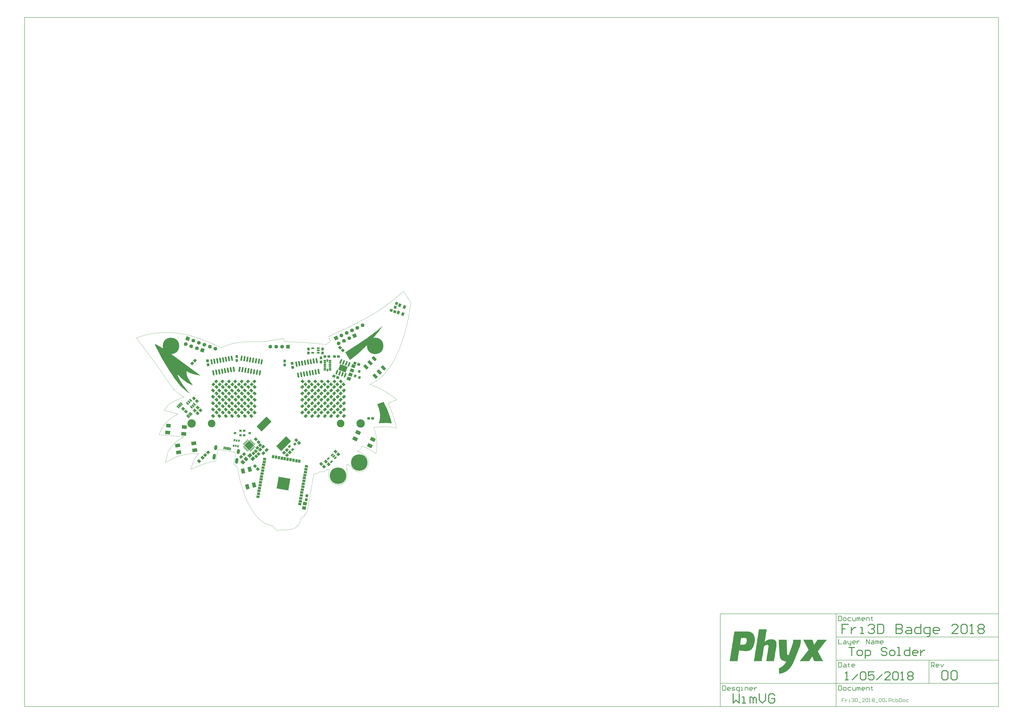
<source format=gts>
G04*
G04 #@! TF.GenerationSoftware,Altium Limited,Altium Designer,18.1.6 (161)*
G04*
G04 Layer_Color=8388736*
%FSLAX25Y25*%
%MOIN*%
G70*
G01*
G75*
%ADD10C,0.00787*%
%ADD13C,0.00984*%
%ADD14C,0.00394*%
%ADD16C,0.01575*%
%ADD66R,0.04724X0.04331*%
G04:AMPARAMS|DCode=67|XSize=43.31mil|YSize=47.24mil|CornerRadius=0mil|HoleSize=0mil|Usage=FLASHONLY|Rotation=315.000|XOffset=0mil|YOffset=0mil|HoleType=Round|Shape=Rectangle|*
%AMROTATEDRECTD67*
4,1,4,-0.03202,-0.00139,0.00139,0.03202,0.03202,0.00139,-0.00139,-0.03202,-0.03202,-0.00139,0.0*
%
%ADD67ROTATEDRECTD67*%

G04:AMPARAMS|DCode=68|XSize=43.31mil|YSize=47.24mil|CornerRadius=0mil|HoleSize=0mil|Usage=FLASHONLY|Rotation=45.000|XOffset=0mil|YOffset=0mil|HoleType=Round|Shape=Rectangle|*
%AMROTATEDRECTD68*
4,1,4,0.00139,-0.03202,-0.03202,0.00139,-0.00139,0.03202,0.03202,-0.00139,0.00139,-0.03202,0.0*
%
%ADD68ROTATEDRECTD68*%

%ADD69R,0.04331X0.03740*%
%ADD70R,0.04331X0.03740*%
G04:AMPARAMS|DCode=71|XSize=37.4mil|YSize=43.31mil|CornerRadius=0mil|HoleSize=0mil|Usage=FLASHONLY|Rotation=315.000|XOffset=0mil|YOffset=0mil|HoleType=Round|Shape=Rectangle|*
%AMROTATEDRECTD71*
4,1,4,-0.02854,-0.00209,0.00209,0.02854,0.02854,0.00209,-0.00209,-0.02854,-0.02854,-0.00209,0.0*
%
%ADD71ROTATEDRECTD71*%

G04:AMPARAMS|DCode=72|XSize=37.4mil|YSize=43.31mil|CornerRadius=0mil|HoleSize=0mil|Usage=FLASHONLY|Rotation=315.000|XOffset=0mil|YOffset=0mil|HoleType=Round|Shape=Rectangle|*
%AMROTATEDRECTD72*
4,1,4,-0.02854,-0.00209,0.00209,0.02854,0.02854,0.00209,-0.00209,-0.02854,-0.02854,-0.00209,0.0*
%
%ADD72ROTATEDRECTD72*%

G04:AMPARAMS|DCode=73|XSize=37.4mil|YSize=43.31mil|CornerRadius=0mil|HoleSize=0mil|Usage=FLASHONLY|Rotation=340.000|XOffset=0mil|YOffset=0mil|HoleType=Round|Shape=Rectangle|*
%AMROTATEDRECTD73*
4,1,4,-0.02498,-0.01395,-0.01017,0.02674,0.02498,0.01395,0.01017,-0.02674,-0.02498,-0.01395,0.0*
%
%ADD73ROTATEDRECTD73*%

G04:AMPARAMS|DCode=74|XSize=37.4mil|YSize=43.31mil|CornerRadius=0mil|HoleSize=0mil|Usage=FLASHONLY|Rotation=340.000|XOffset=0mil|YOffset=0mil|HoleType=Round|Shape=Rectangle|*
%AMROTATEDRECTD74*
4,1,4,-0.02498,-0.01395,-0.01017,0.02674,0.02498,0.01395,0.01017,-0.02674,-0.02498,-0.01395,0.0*
%
%ADD74ROTATEDRECTD74*%

G04:AMPARAMS|DCode=75|XSize=25.59mil|YSize=35.43mil|CornerRadius=0mil|HoleSize=0mil|Usage=FLASHONLY|Rotation=170.000|XOffset=0mil|YOffset=0mil|HoleType=Round|Shape=Rectangle|*
%AMROTATEDRECTD75*
4,1,4,0.01568,0.01523,0.00952,-0.01967,-0.01568,-0.01523,-0.00952,0.01967,0.01568,0.01523,0.0*
%
%ADD75ROTATEDRECTD75*%

%ADD76C,0.03543*%
G04:AMPARAMS|DCode=77|XSize=21.65mil|YSize=47.24mil|CornerRadius=0mil|HoleSize=0mil|Usage=FLASHONLY|Rotation=170.000|XOffset=0mil|YOffset=0mil|HoleType=Round|Shape=Rectangle|*
%AMROTATEDRECTD77*
4,1,4,0.01476,0.02138,0.00656,-0.02514,-0.01476,-0.02138,-0.00656,0.02514,0.01476,0.02138,0.0*
%
%ADD77ROTATEDRECTD77*%

G04:AMPARAMS|DCode=78|XSize=122.05mil|YSize=240.16mil|CornerRadius=0mil|HoleSize=0mil|Usage=FLASHONLY|Rotation=315.000|XOffset=0mil|YOffset=0mil|HoleType=Round|Shape=Rectangle|*
%AMROTATEDRECTD78*
4,1,4,-0.12806,-0.04176,0.04176,0.12806,0.12806,0.04176,-0.04176,-0.12806,-0.12806,-0.04176,0.0*
%
%ADD78ROTATEDRECTD78*%

G04:AMPARAMS|DCode=79|XSize=47.24mil|YSize=80.71mil|CornerRadius=12.8mil|HoleSize=0mil|Usage=FLASHONLY|Rotation=225.000|XOffset=0mil|YOffset=0mil|HoleType=Round|Shape=RoundedRectangle|*
%AMROUNDEDRECTD79*
21,1,0.04724,0.05512,0,0,225.0*
21,1,0.02165,0.08071,0,0,225.0*
1,1,0.02559,-0.02714,0.01183*
1,1,0.02559,-0.01183,0.02714*
1,1,0.02559,0.02714,-0.01183*
1,1,0.02559,0.01183,-0.02714*
%
%ADD79ROUNDEDRECTD79*%
G04:AMPARAMS|DCode=80|XSize=47.24mil|YSize=80.71mil|CornerRadius=0mil|HoleSize=0mil|Usage=FLASHONLY|Rotation=45.000|XOffset=0mil|YOffset=0mil|HoleType=Round|Shape=Rectangle|*
%AMROTATEDRECTD80*
4,1,4,0.01183,-0.04524,-0.04524,0.01183,-0.01183,0.04524,0.04524,-0.01183,0.01183,-0.04524,0.0*
%
%ADD80ROTATEDRECTD80*%

G04:AMPARAMS|DCode=81|XSize=74.8mil|YSize=59.06mil|CornerRadius=0mil|HoleSize=0mil|Usage=FLASHONLY|Rotation=355.000|XOffset=0mil|YOffset=0mil|HoleType=Round|Shape=Rectangle|*
%AMROTATEDRECTD81*
4,1,4,-0.03983,-0.02616,-0.03469,0.03267,0.03983,0.02616,0.03469,-0.03267,-0.03983,-0.02616,0.0*
%
%ADD81ROTATEDRECTD81*%

G04:AMPARAMS|DCode=82|XSize=82.68mil|YSize=59.06mil|CornerRadius=0mil|HoleSize=0mil|Usage=FLASHONLY|Rotation=355.000|XOffset=0mil|YOffset=0mil|HoleType=Round|Shape=Rectangle|*
%AMROTATEDRECTD82*
4,1,4,-0.04376,-0.02581,-0.03861,0.03302,0.04376,0.02581,0.03861,-0.03302,-0.04376,-0.02581,0.0*
%
%ADD82ROTATEDRECTD82*%

G04:AMPARAMS|DCode=83|XSize=82.68mil|YSize=59.06mil|CornerRadius=0mil|HoleSize=0mil|Usage=FLASHONLY|Rotation=8.000|XOffset=0mil|YOffset=0mil|HoleType=Round|Shape=Rectangle|*
%AMROTATEDRECTD83*
4,1,4,-0.03683,-0.03499,-0.04505,0.02349,0.03683,0.03499,0.04505,-0.02349,-0.03683,-0.03499,0.0*
%
%ADD83ROTATEDRECTD83*%

G04:AMPARAMS|DCode=84|XSize=82.68mil|YSize=59.06mil|CornerRadius=0mil|HoleSize=0mil|Usage=FLASHONLY|Rotation=285.000|XOffset=0mil|YOffset=0mil|HoleType=Round|Shape=Rectangle|*
%AMROTATEDRECTD84*
4,1,4,-0.03922,0.03229,0.01782,0.04757,0.03922,-0.03229,-0.01782,-0.04757,-0.03922,0.03229,0.0*
%
%ADD84ROTATEDRECTD84*%

G04:AMPARAMS|DCode=85|XSize=27.56mil|YSize=49.21mil|CornerRadius=0mil|HoleSize=0mil|Usage=FLASHONLY|Rotation=315.000|XOffset=0mil|YOffset=0mil|HoleType=Round|Shape=Rectangle|*
%AMROTATEDRECTD85*
4,1,4,-0.02714,-0.00766,0.00766,0.02714,0.02714,0.00766,-0.00766,-0.02714,-0.02714,-0.00766,0.0*
%
%ADD85ROTATEDRECTD85*%

%ADD86R,0.04921X0.02756*%
G04:AMPARAMS|DCode=87|XSize=27.56mil|YSize=49.21mil|CornerRadius=0mil|HoleSize=0mil|Usage=FLASHONLY|Rotation=45.000|XOffset=0mil|YOffset=0mil|HoleType=Round|Shape=Rectangle|*
%AMROTATEDRECTD87*
4,1,4,0.00766,-0.02714,-0.02714,0.00766,-0.00766,0.02714,0.02714,-0.00766,0.00766,-0.02714,0.0*
%
%ADD87ROTATEDRECTD87*%

G04:AMPARAMS|DCode=88|XSize=21.65mil|YSize=59.06mil|CornerRadius=0mil|HoleSize=0mil|Usage=FLASHONLY|Rotation=225.000|XOffset=0mil|YOffset=0mil|HoleType=Round|Shape=Round|*
%AMOVALD88*
21,1,0.03740,0.02165,0.00000,0.00000,315.0*
1,1,0.02165,-0.01322,0.01322*
1,1,0.02165,0.01322,-0.01322*
%
%ADD88OVALD88*%

G04:AMPARAMS|DCode=89|XSize=98.82mil|YSize=133.86mil|CornerRadius=0mil|HoleSize=0mil|Usage=FLASHONLY|Rotation=70.000|XOffset=0mil|YOffset=0mil|HoleType=Round|Shape=Rectangle|*
%AMROTATEDRECTD89*
4,1,4,0.04599,-0.06932,-0.07979,-0.02354,-0.04599,0.06932,0.07979,0.02354,0.04599,-0.06932,0.0*
%
%ADD89ROTATEDRECTD89*%

G04:AMPARAMS|DCode=90|XSize=27.56mil|YSize=82.68mil|CornerRadius=0mil|HoleSize=0mil|Usage=FLASHONLY|Rotation=160.000|XOffset=0mil|YOffset=0mil|HoleType=Round|Shape=Round|*
%AMOVALD90*
21,1,0.05512,0.02756,0.00000,0.00000,250.0*
1,1,0.02756,0.00943,0.02590*
1,1,0.02756,-0.00943,-0.02590*
%
%ADD90OVALD90*%

G04:AMPARAMS|DCode=91|XSize=27.56mil|YSize=90.55mil|CornerRadius=0mil|HoleSize=0mil|Usage=FLASHONLY|Rotation=190.000|XOffset=0mil|YOffset=0mil|HoleType=Round|Shape=Round|*
%AMOVALD91*
21,1,0.06299,0.02756,0.00000,0.00000,280.0*
1,1,0.02756,-0.00547,0.03102*
1,1,0.02756,0.00547,-0.03102*
%
%ADD91OVALD91*%

G04:AMPARAMS|DCode=92|XSize=27.56mil|YSize=90.55mil|CornerRadius=0mil|HoleSize=0mil|Usage=FLASHONLY|Rotation=170.000|XOffset=0mil|YOffset=0mil|HoleType=Round|Shape=Round|*
%AMOVALD92*
21,1,0.06299,0.02756,0.00000,0.00000,260.0*
1,1,0.02756,0.00547,0.03102*
1,1,0.02756,-0.00547,-0.03102*
%
%ADD92OVALD92*%

%ADD93O,0.02559X0.04902*%
%ADD94O,0.04902X0.02559*%
G04:AMPARAMS|DCode=95|XSize=82.68mil|YSize=59.06mil|CornerRadius=0mil|HoleSize=0mil|Usage=FLASHONLY|Rotation=155.000|XOffset=0mil|YOffset=0mil|HoleType=Round|Shape=Rectangle|*
%AMROTATEDRECTD95*
4,1,4,0.04994,0.00929,0.02499,-0.04423,-0.04994,-0.00929,-0.02499,0.04423,0.04994,0.00929,0.0*
%
%ADD95ROTATEDRECTD95*%

G04:AMPARAMS|DCode=96|XSize=51.18mil|YSize=39.37mil|CornerRadius=0mil|HoleSize=0mil|Usage=FLASHONLY|Rotation=170.000|XOffset=0mil|YOffset=0mil|HoleType=Round|Shape=Rectangle|*
%AMROTATEDRECTD96*
4,1,4,0.02862,0.01494,0.02178,-0.02383,-0.02862,-0.01494,-0.02178,0.02383,0.02862,0.01494,0.0*
%
%ADD96ROTATEDRECTD96*%

G04:AMPARAMS|DCode=97|XSize=39.37mil|YSize=51.18mil|CornerRadius=0mil|HoleSize=0mil|Usage=FLASHONLY|Rotation=170.000|XOffset=0mil|YOffset=0mil|HoleType=Round|Shape=Rectangle|*
%AMROTATEDRECTD97*
4,1,4,0.02383,0.02178,0.01494,-0.02862,-0.02383,-0.02178,-0.01494,0.02862,0.02383,0.02178,0.0*
%
%ADD97ROTATEDRECTD97*%

%ADD98P,0.28396X4X215.0*%
G04:AMPARAMS|DCode=99|XSize=13.78mil|YSize=33.47mil|CornerRadius=0mil|HoleSize=0mil|Usage=FLASHONLY|Rotation=135.000|XOffset=0mil|YOffset=0mil|HoleType=Round|Shape=Round|*
%AMOVALD99*
21,1,0.01968,0.01378,0.00000,0.00000,225.0*
1,1,0.01378,0.00696,0.00696*
1,1,0.01378,-0.00696,-0.00696*
%
%ADD99OVALD99*%

G04:AMPARAMS|DCode=100|XSize=13.78mil|YSize=33.47mil|CornerRadius=0mil|HoleSize=0mil|Usage=FLASHONLY|Rotation=45.000|XOffset=0mil|YOffset=0mil|HoleType=Round|Shape=Round|*
%AMOVALD100*
21,1,0.01968,0.01378,0.00000,0.00000,135.0*
1,1,0.01378,0.00696,-0.00696*
1,1,0.01378,-0.00696,0.00696*
%
%ADD100OVALD100*%

%ADD101P,0.16147X4X90.0*%
G04:AMPARAMS|DCode=102|XSize=55.12mil|YSize=43.31mil|CornerRadius=0mil|HoleSize=0mil|Usage=FLASHONLY|Rotation=135.000|XOffset=0mil|YOffset=0mil|HoleType=Round|Shape=Rectangle|*
%AMROTATEDRECTD102*
4,1,4,0.03480,-0.00418,0.00418,-0.03480,-0.03480,0.00418,-0.00418,0.03480,0.03480,-0.00418,0.0*
%
%ADD102ROTATEDRECTD102*%

G04:AMPARAMS|DCode=103|XSize=55.12mil|YSize=43.31mil|CornerRadius=0mil|HoleSize=0mil|Usage=FLASHONLY|Rotation=225.000|XOffset=0mil|YOffset=0mil|HoleType=Round|Shape=Rectangle|*
%AMROTATEDRECTD103*
4,1,4,0.00418,0.03480,0.03480,0.00418,-0.00418,-0.03480,-0.03480,-0.00418,0.00418,0.03480,0.0*
%
%ADD103ROTATEDRECTD103*%

G04:AMPARAMS|DCode=104|XSize=55.12mil|YSize=43.31mil|CornerRadius=0mil|HoleSize=0mil|Usage=FLASHONLY|Rotation=250.000|XOffset=0mil|YOffset=0mil|HoleType=Round|Shape=Rectangle|*
%AMROTATEDRECTD104*
4,1,4,-0.01092,0.03330,0.02977,0.01849,0.01092,-0.03330,-0.02977,-0.01849,-0.01092,0.03330,0.0*
%
%ADD104ROTATEDRECTD104*%

%ADD105R,0.04331X0.04724*%
G04:AMPARAMS|DCode=106|XSize=43.31mil|YSize=47.24mil|CornerRadius=0mil|HoleSize=0mil|Usage=FLASHONLY|Rotation=170.000|XOffset=0mil|YOffset=0mil|HoleType=Round|Shape=Rectangle|*
%AMROTATEDRECTD106*
4,1,4,0.02543,0.01950,0.01722,-0.02702,-0.02543,-0.01950,-0.01722,0.02702,0.02543,0.01950,0.0*
%
%ADD106ROTATEDRECTD106*%

G04:AMPARAMS|DCode=107|XSize=43.31mil|YSize=47.24mil|CornerRadius=0mil|HoleSize=0mil|Usage=FLASHONLY|Rotation=10.000|XOffset=0mil|YOffset=0mil|HoleType=Round|Shape=Rectangle|*
%AMROTATEDRECTD107*
4,1,4,-0.01722,-0.02702,-0.02543,0.01950,0.01722,0.02702,0.02543,-0.01950,-0.01722,-0.02702,0.0*
%
%ADD107ROTATEDRECTD107*%

G04:AMPARAMS|DCode=108|XSize=43.31mil|YSize=47.24mil|CornerRadius=0mil|HoleSize=0mil|Usage=FLASHONLY|Rotation=250.000|XOffset=0mil|YOffset=0mil|HoleType=Round|Shape=Rectangle|*
%AMROTATEDRECTD108*
4,1,4,-0.01479,0.02843,0.02960,0.01227,0.01479,-0.02843,-0.02960,-0.01227,-0.01479,0.02843,0.0*
%
%ADD108ROTATEDRECTD108*%

G04:AMPARAMS|DCode=109|XSize=62.99mil|YSize=55.12mil|CornerRadius=0mil|HoleSize=0mil|Usage=FLASHONLY|Rotation=135.000|XOffset=0mil|YOffset=0mil|HoleType=Round|Shape=Rectangle|*
%AMROTATEDRECTD109*
4,1,4,0.04176,-0.00278,0.00278,-0.04176,-0.04176,0.00278,-0.00278,0.04176,0.04176,-0.00278,0.0*
%
%ADD109ROTATEDRECTD109*%

G04:AMPARAMS|DCode=110|XSize=62.99mil|YSize=55.12mil|CornerRadius=0mil|HoleSize=0mil|Usage=FLASHONLY|Rotation=225.000|XOffset=0mil|YOffset=0mil|HoleType=Round|Shape=Rectangle|*
%AMROTATEDRECTD110*
4,1,4,0.00278,0.04176,0.04176,0.00278,-0.00278,-0.04176,-0.04176,-0.00278,0.00278,0.04176,0.0*
%
%ADD110ROTATEDRECTD110*%

G04:AMPARAMS|DCode=111|XSize=62.99mil|YSize=55.12mil|CornerRadius=0mil|HoleSize=0mil|Usage=FLASHONLY|Rotation=350.000|XOffset=0mil|YOffset=0mil|HoleType=Round|Shape=Rectangle|*
%AMROTATEDRECTD111*
4,1,4,-0.03580,-0.02167,-0.02623,0.03261,0.03580,0.02167,0.02623,-0.03261,-0.03580,-0.02167,0.0*
%
%ADD111ROTATEDRECTD111*%

G04:AMPARAMS|DCode=112|XSize=62.99mil|YSize=55.12mil|CornerRadius=0mil|HoleSize=0mil|Usage=FLASHONLY|Rotation=160.000|XOffset=0mil|YOffset=0mil|HoleType=Round|Shape=Rectangle|*
%AMROTATEDRECTD112*
4,1,4,0.03902,0.01513,0.02017,-0.03667,-0.03902,-0.01513,-0.02017,0.03667,0.03902,0.01513,0.0*
%
%ADD112ROTATEDRECTD112*%

G04:AMPARAMS|DCode=113|XSize=43.31mil|YSize=47.24mil|CornerRadius=0mil|HoleSize=0mil|Usage=FLASHONLY|Rotation=340.000|XOffset=0mil|YOffset=0mil|HoleType=Round|Shape=Rectangle|*
%AMROTATEDRECTD113*
4,1,4,-0.02843,-0.01479,-0.01227,0.02960,0.02843,0.01479,0.01227,-0.02960,-0.02843,-0.01479,0.0*
%
%ADD113ROTATEDRECTD113*%

%ADD114C,0.06299*%
%ADD115P,0.08908X4X205.0*%
%ADD116C,0.12992*%
%ADD117C,0.14173*%
G04:AMPARAMS|DCode=118|XSize=98.43mil|YSize=51.18mil|CornerRadius=0mil|HoleSize=0mil|Usage=FLASHONLY|Rotation=80.000|XOffset=0mil|YOffset=0mil|HoleType=Round|Shape=Round|*
%AMOVALD118*
21,1,0.04724,0.05118,0.00000,0.00000,80.0*
1,1,0.05118,-0.00410,-0.02326*
1,1,0.05118,0.00410,0.02326*
%
%ADD118OVALD118*%

G04:AMPARAMS|DCode=119|XSize=86.61mil|YSize=51.18mil|CornerRadius=0mil|HoleSize=0mil|Usage=FLASHONLY|Rotation=80.000|XOffset=0mil|YOffset=0mil|HoleType=Round|Shape=Round|*
%AMOVALD119*
21,1,0.03543,0.05118,0.00000,0.00000,80.0*
1,1,0.05118,-0.00308,-0.01745*
1,1,0.05118,0.00308,0.01745*
%
%ADD119OVALD119*%

%ADD120P,0.08908X4X71.0*%
%ADD121C,0.27953*%
%ADD122C,0.00394*%
%ADD123R,0.06299X0.06299*%
G36*
X183602Y345210D02*
X178870Y338782D01*
X173960Y332488D01*
X168876Y326334D01*
X163623Y320324D01*
X158203Y314463D01*
X152623Y308756D01*
X149755Y305981D01*
X149754Y305981D01*
X149753Y305979D01*
X149751Y305978D01*
X147964Y304235D01*
X144279Y300865D01*
X140487Y297614D01*
X136593Y294487D01*
X134597Y292987D01*
X134591Y292982D01*
X134585Y292978D01*
X133828Y292387D01*
X132271Y291262D01*
X130673Y290195D01*
X129037Y289189D01*
X128873Y289096D01*
X121336Y301788D01*
X125410Y304333D01*
X125413Y304335D01*
X125417Y304338D01*
X134811Y310340D01*
X134816Y310343D01*
X134820Y310346D01*
X144132Y316475D01*
X144136Y316478D01*
X144141Y316481D01*
X153368Y322736D01*
X153372Y322739D01*
X153375Y322741D01*
X157957Y325916D01*
X157959Y325918D01*
X157962Y325919D01*
X160498Y327707D01*
X160502Y327710D01*
X160507Y327713D01*
X165529Y331356D01*
X165535Y331361D01*
X165541Y331365D01*
X170497Y335098D01*
X170503Y335103D01*
X170508Y335107D01*
X175396Y338929D01*
X175400Y338932D01*
X175405Y338935D01*
X177823Y340880D01*
X177823Y340880D01*
X179676Y342369D01*
X179688Y342379D01*
X179700Y342389D01*
X183288Y345509D01*
X183303Y345523D01*
X183318Y345536D01*
X184863Y347026D01*
X183602Y345210D01*
D02*
G37*
G36*
X-202012Y316196D02*
X-197821Y314135D01*
X-193697Y311942D01*
X-189646Y309618D01*
X-185670Y307166D01*
X-181775Y304588D01*
X-177964Y301887D01*
X-174241Y299067D01*
X-172426Y297598D01*
X-172410Y297586D01*
X-172394Y297573D01*
X-150239Y281426D01*
X-131452Y267568D01*
X-130277Y266672D01*
X-130270Y266667D01*
X-130263Y266662D01*
X-127864Y264914D01*
X-127854Y264908D01*
X-127845Y264901D01*
X-125395Y263224D01*
X-125385Y263218D01*
X-125376Y263211D01*
X-124300Y262520D01*
X-128709Y263101D01*
X-133686Y264116D01*
X-138580Y265477D01*
X-140965Y266323D01*
X-141757Y266623D01*
X-143313Y267325D01*
X-144824Y268123D01*
X-146282Y269012D01*
X-146982Y269501D01*
X-146988Y269506D01*
X-146995Y269511D01*
X-147020Y269525D01*
X-147044Y269541D01*
X-147046Y269542D01*
X-147047Y269543D01*
X-147054Y269546D01*
X-147061Y269550D01*
X-147087Y269563D01*
X-147113Y269576D01*
X-147115Y269576D01*
X-147116Y269577D01*
X-147124Y269580D01*
X-147131Y269584D01*
X-147158Y269593D01*
X-147185Y269603D01*
X-147187Y269604D01*
X-147188Y269605D01*
X-147196Y269607D01*
X-147204Y269610D01*
X-147232Y269617D01*
X-147259Y269624D01*
X-147261Y269625D01*
X-147263Y269625D01*
X-147271Y269626D01*
X-147279Y269629D01*
X-147308Y269633D01*
X-147336Y269638D01*
X-147338Y269638D01*
X-147339Y269638D01*
X-147347Y269639D01*
X-147356Y269640D01*
X-147384Y269641D01*
X-147413Y269643D01*
X-147415Y269643D01*
X-147417Y269643D01*
X-147425Y269643D01*
X-147433Y269644D01*
X-147461Y269642D01*
X-147490Y269642D01*
X-147492Y269641D01*
X-147494Y269641D01*
X-147502Y269640D01*
X-147510Y269640D01*
X-147539Y269636D01*
X-147567Y269632D01*
X-147569Y269632D01*
X-147571Y269632D01*
X-147579Y269630D01*
X-147587Y269629D01*
X-147615Y269621D01*
X-147642Y269615D01*
X-147644Y269615D01*
X-147646Y269614D01*
X-147654Y269612D01*
X-147662Y269610D01*
X-147689Y269600D01*
X-147716Y269591D01*
X-147718Y269590D01*
X-147720Y269590D01*
X-147727Y269586D01*
X-147735Y269584D01*
X-147760Y269571D01*
X-147787Y269560D01*
X-147788Y269559D01*
X-147790Y269558D01*
X-147797Y269554D01*
X-147805Y269550D01*
X-147829Y269536D01*
X-147854Y269522D01*
X-147856Y269521D01*
X-147857Y269520D01*
X-147864Y269515D01*
X-147871Y269511D01*
X-147894Y269494D01*
X-147917Y269477D01*
X-147919Y269476D01*
X-147920Y269475D01*
X-147926Y269470D01*
X-147933Y269465D01*
X-147954Y269446D01*
X-147976Y269427D01*
X-147977Y269425D01*
X-147979Y269424D01*
X-147984Y269418D01*
X-147990Y269413D01*
X-148010Y269392D01*
X-148029Y269371D01*
X-148031Y269369D01*
X-148032Y269368D01*
X-148037Y269361D01*
X-148042Y269355D01*
X-148059Y269333D01*
X-148077Y269310D01*
X-148078Y269308D01*
X-148079Y269307D01*
X-148083Y269300D01*
X-148089Y269293D01*
X-148103Y269269D01*
X-148118Y269245D01*
X-148119Y269243D01*
X-148120Y269241D01*
X-148124Y269234D01*
X-148128Y269227D01*
X-148140Y269201D01*
X-148153Y269176D01*
X-148154Y269174D01*
X-148155Y269172D01*
X-148158Y269164D01*
X-148161Y269157D01*
X-148171Y269130D01*
X-148181Y269104D01*
X-148182Y269102D01*
X-148182Y269100D01*
X-148185Y269092D01*
X-148187Y269084D01*
X-148194Y269056D01*
X-148202Y269029D01*
X-148202Y269027D01*
X-148203Y269025D01*
X-148204Y269017D01*
X-148206Y269009D01*
X-148210Y268981D01*
X-148215Y268953D01*
X-148215Y268951D01*
X-148216Y268949D01*
X-148216Y268941D01*
X-148217Y268933D01*
X-148219Y268904D01*
X-148221Y268876D01*
X-148241Y268099D01*
X-148240Y268075D01*
X-148241Y268051D01*
X-148187Y266499D01*
X-148184Y266467D01*
X-148182Y266435D01*
X-148003Y264892D01*
X-147998Y264861D01*
X-147993Y264829D01*
X-147691Y263306D01*
X-147683Y263275D01*
X-147676Y263244D01*
X-147252Y261750D01*
X-147241Y261719D01*
X-147232Y261689D01*
X-146688Y260234D01*
X-146676Y260205D01*
X-146664Y260175D01*
X-146005Y258768D01*
X-145990Y258740D01*
X-145976Y258712D01*
X-145205Y257363D01*
X-145193Y257343D01*
X-145181Y257322D01*
X-144768Y256691D01*
X-144355Y255974D01*
X-144351Y255968D01*
X-144347Y255961D01*
X-143471Y254506D01*
X-143465Y254497D01*
X-143460Y254489D01*
X-142547Y253057D01*
X-142541Y253048D01*
X-142536Y253040D01*
X-141586Y251631D01*
X-141581Y251625D01*
X-141577Y251619D01*
X-141089Y250924D01*
X-141087Y250922D01*
X-141086Y250920D01*
X-140548Y250166D01*
X-140544Y250161D01*
X-140540Y250155D01*
X-139439Y248666D01*
X-139433Y248659D01*
X-139428Y248652D01*
X-138294Y247188D01*
X-138288Y247181D01*
X-138282Y247174D01*
X-137643Y246387D01*
X-138545Y246538D01*
X-139560Y246815D01*
X-140051Y247003D01*
X-140067Y247008D01*
X-140083Y247015D01*
X-140769Y247244D01*
X-142117Y247772D01*
X-143436Y248366D01*
X-144725Y249026D01*
X-145352Y249387D01*
X-145352Y249388D01*
X-145352Y249388D01*
X-146320Y249944D01*
X-148207Y251138D01*
X-150042Y252410D01*
X-151822Y253758D01*
X-152682Y254469D01*
X-152683Y254470D01*
X-152683Y254470D01*
X-153920Y255490D01*
X-156323Y257613D01*
X-158652Y259817D01*
X-160904Y262100D01*
X-161990Y263279D01*
X-162014Y263302D01*
X-162038Y263327D01*
X-162042Y263330D01*
X-162045Y263333D01*
X-162071Y263354D01*
X-162098Y263376D01*
X-162101Y263379D01*
X-162105Y263382D01*
X-162134Y263401D01*
X-162162Y263419D01*
X-162166Y263422D01*
X-162170Y263424D01*
X-162200Y263440D01*
X-162230Y263456D01*
X-162234Y263458D01*
X-162239Y263460D01*
X-162270Y263473D01*
X-162301Y263486D01*
X-162306Y263487D01*
X-162310Y263489D01*
X-162343Y263499D01*
X-162375Y263509D01*
X-162380Y263510D01*
X-162384Y263511D01*
X-162418Y263517D01*
X-162451Y263524D01*
X-162456Y263525D01*
X-162460Y263526D01*
X-162494Y263529D01*
X-162528Y263532D01*
X-162532Y263532D01*
X-162538Y263533D01*
X-162572Y263532D01*
X-162605Y263532D01*
X-162610Y263532D01*
X-162615Y263532D01*
X-162648Y263528D01*
X-162682Y263525D01*
X-162687Y263524D01*
X-162692Y263524D01*
X-162725Y263517D01*
X-162758Y263510D01*
X-162763Y263509D01*
X-162768Y263508D01*
X-162800Y263498D01*
X-162832Y263488D01*
X-162837Y263487D01*
X-162841Y263485D01*
X-162873Y263472D01*
X-162904Y263459D01*
X-162908Y263457D01*
X-162913Y263455D01*
X-162943Y263439D01*
X-162972Y263423D01*
X-162976Y263420D01*
X-162981Y263418D01*
X-163009Y263399D01*
X-163037Y263380D01*
X-163040Y263377D01*
X-163045Y263374D01*
X-163071Y263352D01*
X-163097Y263332D01*
X-163100Y263328D01*
X-163104Y263325D01*
X-163128Y263301D01*
X-163152Y263277D01*
X-163155Y263273D01*
X-163158Y263270D01*
X-163180Y263243D01*
X-163201Y263217D01*
X-163204Y263213D01*
X-163207Y263210D01*
X-163226Y263181D01*
X-163244Y263153D01*
X-163247Y263149D01*
X-163249Y263145D01*
X-163265Y263115D01*
X-163281Y263085D01*
X-163283Y263081D01*
X-163285Y263076D01*
X-163298Y263045D01*
X-163311Y263014D01*
X-163312Y263009D01*
X-163314Y263005D01*
X-163324Y262972D01*
X-163334Y262940D01*
X-163335Y262935D01*
X-163336Y262930D01*
X-163342Y262897D01*
X-163349Y262864D01*
X-163350Y262859D01*
X-163351Y262854D01*
X-163354Y262821D01*
X-163357Y262787D01*
X-163357Y262782D01*
X-163358Y262777D01*
X-163357Y262743D01*
X-163357Y262710D01*
X-163357Y262705D01*
X-163357Y262700D01*
X-163354Y262667D01*
X-163350Y262633D01*
X-163349Y262628D01*
X-163349Y262623D01*
X-163342Y262590D01*
X-163336Y262557D01*
X-163334Y262552D01*
X-163333Y262547D01*
X-163323Y262515D01*
X-163313Y262483D01*
X-163312Y262478D01*
X-163310Y262473D01*
X-163297Y262442D01*
X-163284Y262411D01*
X-162114Y259907D01*
X-162106Y259892D01*
X-162099Y259877D01*
X-159544Y254976D01*
X-159532Y254956D01*
X-159521Y254936D01*
X-156687Y250191D01*
X-156674Y250172D01*
X-156662Y250152D01*
X-153558Y245580D01*
X-153548Y245566D01*
X-153538Y245552D01*
X-151888Y243335D01*
X-151888Y243335D01*
X-151128Y242312D01*
X-151125Y242309D01*
X-151123Y242305D01*
X-149582Y240275D01*
X-149578Y240271D01*
X-149575Y240267D01*
X-148006Y238258D01*
X-148003Y238254D01*
X-148000Y238249D01*
X-146405Y236261D01*
X-146402Y236258D01*
X-146400Y236255D01*
X-145592Y235269D01*
X-145592Y235268D01*
X-145592Y235268D01*
X-145591Y235267D01*
X-145590Y235267D01*
X-144775Y234278D01*
X-144772Y234275D01*
X-144770Y234272D01*
X-143119Y232313D01*
X-143115Y232309D01*
X-143111Y232304D01*
X-142450Y231542D01*
X-145393Y233509D01*
X-150120Y237123D01*
X-154608Y241031D01*
X-158838Y245216D01*
X-162794Y249661D01*
X-166460Y254349D01*
X-169820Y259260D01*
X-171341Y261817D01*
X-171347Y261825D01*
X-171352Y261834D01*
X-171358Y261843D01*
X-171363Y261852D01*
X-171368Y261858D01*
X-171372Y261865D01*
X-173382Y264750D01*
X-177283Y270602D01*
X-181061Y276534D01*
X-184715Y282544D01*
X-186479Y285585D01*
X-186480Y285587D01*
X-186481Y285588D01*
X-187968Y288132D01*
X-190862Y293267D01*
X-193675Y298446D01*
X-196408Y303669D01*
X-197734Y306301D01*
X-197737Y306307D01*
X-197740Y306313D01*
X-198496Y307751D01*
X-199921Y310672D01*
X-201257Y313635D01*
X-202389Y316366D01*
X-202012Y316196D01*
D02*
G37*
G36*
X189315Y211579D02*
X189317Y211575D01*
X189318Y211572D01*
X190856Y208423D01*
X193647Y201994D01*
X196148Y195447D01*
X198354Y188795D01*
X199306Y185424D01*
X199480Y184801D01*
X199804Y183546D01*
X200103Y182285D01*
X200314Y181309D01*
X199090Y181487D01*
X199062Y181490D01*
X199035Y181494D01*
X194705Y181919D01*
X194669Y181921D01*
X194632Y181924D01*
X190285Y182077D01*
X190248Y182077D01*
X190210Y182077D01*
X185862Y181958D01*
X185835Y181956D01*
X185807Y181955D01*
X183845Y181809D01*
X183830Y181814D01*
X183815Y181819D01*
X183786Y181828D01*
X183757Y181836D01*
X183741Y181840D01*
X183725Y181845D01*
X183696Y181851D01*
X183667Y181857D01*
X183651Y181860D01*
X183634Y181863D01*
X183605Y181866D01*
X183575Y181871D01*
X183559Y181872D01*
X183542Y181874D01*
X183512Y181875D01*
X183483Y181877D01*
X183466Y181877D01*
X183449Y181878D01*
X183420Y181876D01*
X183390Y181876D01*
X183373Y181875D01*
X183357Y181874D01*
X178005Y181456D01*
X178166Y181836D01*
X178166Y181837D01*
X178167Y181838D01*
X178183Y181881D01*
X178199Y181923D01*
X178199Y181924D01*
X178199Y181925D01*
X179241Y185065D01*
X179246Y185081D01*
X179251Y185097D01*
X179259Y185126D01*
X179267Y185154D01*
X179270Y185171D01*
X179275Y185187D01*
X179976Y188420D01*
X179979Y188437D01*
X179982Y188453D01*
X179987Y188482D01*
X179992Y188512D01*
X179994Y188528D01*
X179996Y188545D01*
X180349Y191835D01*
X180349Y191836D01*
X180349Y191837D01*
X180352Y191881D01*
X180355Y191927D01*
X180355Y191928D01*
X180355Y191929D01*
X180399Y193584D01*
X180399Y193605D01*
X180400Y193627D01*
X180393Y194256D01*
X180392Y194274D01*
X180392Y194292D01*
X180341Y195550D01*
X180339Y195574D01*
X180338Y195598D01*
X180236Y196852D01*
X180233Y196876D01*
X180231Y196900D01*
X180078Y198150D01*
X180075Y198167D01*
X180073Y198185D01*
X179978Y198807D01*
X179978Y198808D01*
X179977Y198810D01*
X179977Y198812D01*
X179977Y198814D01*
X179976Y198817D01*
X179976Y198817D01*
X179976Y198818D01*
X179976Y198819D01*
X179976Y198819D01*
X179976Y198822D01*
X179664Y200804D01*
X179657Y200837D01*
X179651Y200870D01*
X178803Y204792D01*
X178791Y204837D01*
X178781Y204879D01*
X178780Y204882D01*
X178780Y204882D01*
X178780Y204882D01*
X177639Y208722D01*
X177639Y208722D01*
X177639Y208722D01*
X177638Y208725D01*
X177624Y208768D01*
X177609Y208810D01*
X177608Y208813D01*
X177608Y208813D01*
X177608Y208813D01*
X176179Y212559D01*
X176166Y212590D01*
X176153Y212621D01*
X175666Y213708D01*
X186299Y217863D01*
X189315Y211579D01*
D02*
G37*
G36*
X938794Y-186079D02*
X938507D01*
Y-186365D01*
X938221D01*
Y-186652D01*
Y-186938D01*
X937935D01*
Y-187224D01*
X937649D01*
Y-187511D01*
X937362D01*
Y-187797D01*
Y-188083D01*
X937076D01*
Y-188370D01*
X936790D01*
Y-188656D01*
X936503D01*
Y-188942D01*
X936217D01*
Y-189229D01*
Y-189515D01*
X935931D01*
Y-189801D01*
X935644D01*
Y-190088D01*
X935358D01*
Y-190374D01*
Y-190660D01*
X935072D01*
Y-190946D01*
X934785D01*
Y-191233D01*
X934499D01*
Y-191519D01*
X934213D01*
Y-191806D01*
Y-192092D01*
X933926D01*
Y-192378D01*
X933640D01*
Y-192664D01*
X933354D01*
Y-192951D01*
Y-193237D01*
X933068D01*
Y-193523D01*
X932781D01*
Y-193810D01*
X932495D01*
Y-194096D01*
Y-194382D01*
X932209D01*
Y-194669D01*
X931922D01*
Y-194955D01*
X931636D01*
Y-195241D01*
X931350D01*
Y-195528D01*
Y-195814D01*
X931063D01*
Y-196100D01*
X930777D01*
Y-196387D01*
X930491D01*
Y-196673D01*
Y-196959D01*
X930204D01*
Y-197245D01*
X929918D01*
Y-197532D01*
X929632D01*
Y-197818D01*
Y-198104D01*
X929346D01*
Y-198391D01*
X929059D01*
Y-198677D01*
X928773D01*
Y-198963D01*
X928487D01*
Y-199250D01*
Y-199536D01*
X928200D01*
Y-199822D01*
X927914D01*
Y-200109D01*
X927628D01*
Y-200395D01*
Y-200681D01*
X927341D01*
Y-200968D01*
X927055D01*
Y-201254D01*
X926769D01*
Y-201540D01*
Y-201826D01*
X926482D01*
Y-202113D01*
X926196D01*
Y-202399D01*
X925910D01*
Y-202685D01*
X925623D01*
Y-202972D01*
Y-203258D01*
X925337D01*
Y-203544D01*
X925051D01*
Y-203831D01*
X924765D01*
Y-204117D01*
Y-204403D01*
X924478D01*
Y-204690D01*
X924192D01*
Y-204976D01*
X923906D01*
Y-205262D01*
X923619D01*
Y-205549D01*
Y-205835D01*
X923906D01*
Y-206121D01*
Y-206407D01*
X924192D01*
Y-206694D01*
Y-206980D01*
X924478D01*
Y-207266D01*
X924765D01*
Y-207553D01*
Y-207839D01*
X925051D01*
Y-208125D01*
Y-208412D01*
X925337D01*
Y-208698D01*
Y-208984D01*
X925623D01*
Y-209271D01*
Y-209557D01*
X925910D01*
Y-209843D01*
Y-210129D01*
X926196D01*
Y-210416D01*
Y-210702D01*
X926482D01*
Y-210988D01*
Y-211275D01*
X926769D01*
Y-211561D01*
Y-211847D01*
X927055D01*
Y-212134D01*
X927341D01*
Y-212420D01*
Y-212706D01*
X927628D01*
Y-212993D01*
Y-213279D01*
X927914D01*
Y-213565D01*
Y-213851D01*
X928200D01*
Y-214138D01*
Y-214424D01*
X928487D01*
Y-214710D01*
Y-214997D01*
X928773D01*
Y-215283D01*
Y-215569D01*
X929059D01*
Y-215856D01*
Y-216142D01*
X929346D01*
Y-216428D01*
X929632D01*
Y-216715D01*
Y-217001D01*
X929918D01*
Y-217287D01*
Y-217574D01*
X930204D01*
Y-217860D01*
Y-218146D01*
X930491D01*
Y-218433D01*
Y-218719D01*
X930777D01*
Y-219005D01*
Y-219291D01*
X931063D01*
Y-219578D01*
Y-219864D01*
X931350D01*
Y-220150D01*
Y-220437D01*
X931636D01*
Y-220723D01*
X931922D01*
Y-221009D01*
Y-221296D01*
X932209D01*
Y-221582D01*
Y-221868D01*
X932495D01*
Y-222155D01*
X917320D01*
Y-221868D01*
X917034D01*
Y-221582D01*
Y-221296D01*
Y-221009D01*
X916748D01*
Y-220723D01*
Y-220437D01*
Y-220150D01*
X916461D01*
Y-219864D01*
Y-219578D01*
X916175D01*
Y-219291D01*
Y-219005D01*
Y-218719D01*
X915889D01*
Y-218433D01*
Y-218146D01*
Y-217860D01*
X915602D01*
Y-217574D01*
Y-217287D01*
X915316D01*
Y-217001D01*
Y-216715D01*
Y-216428D01*
X915030D01*
Y-216142D01*
Y-215856D01*
Y-215569D01*
X914744D01*
Y-215283D01*
Y-214997D01*
Y-214710D01*
X914457D01*
Y-214424D01*
X913885D01*
Y-214710D01*
Y-214997D01*
X913598D01*
Y-215283D01*
X913312D01*
Y-215569D01*
Y-215856D01*
X913026D01*
Y-216142D01*
X912739D01*
Y-216428D01*
Y-216715D01*
X912453D01*
Y-217001D01*
X912167D01*
Y-217287D01*
Y-217574D01*
X911880D01*
Y-217860D01*
X911594D01*
Y-218146D01*
X911308D01*
Y-218433D01*
Y-218719D01*
X911022D01*
Y-219005D01*
X910735D01*
Y-219291D01*
Y-219578D01*
X910449D01*
Y-219864D01*
X910163D01*
Y-220150D01*
Y-220437D01*
X909876D01*
Y-220723D01*
X909590D01*
Y-221009D01*
Y-221296D01*
X909304D01*
Y-221582D01*
X909017D01*
Y-221868D01*
Y-222155D01*
X892984D01*
Y-221868D01*
X893270D01*
Y-221582D01*
X893556D01*
Y-221296D01*
X893843D01*
Y-221009D01*
X894129D01*
Y-220723D01*
Y-220437D01*
X894415D01*
Y-220150D01*
X894702D01*
Y-219864D01*
X894988D01*
Y-219578D01*
X895274D01*
Y-219291D01*
Y-219005D01*
X895561D01*
Y-218719D01*
X895847D01*
Y-218433D01*
X896133D01*
Y-218146D01*
Y-217860D01*
X896420D01*
Y-217574D01*
X896706D01*
Y-217287D01*
X896992D01*
Y-217001D01*
X897278D01*
Y-216715D01*
Y-216428D01*
X897565D01*
Y-216142D01*
X897851D01*
Y-215856D01*
X898137D01*
Y-215569D01*
X898424D01*
Y-215283D01*
Y-214997D01*
X898710D01*
Y-214710D01*
X898996D01*
Y-214424D01*
X899283D01*
Y-214138D01*
Y-213851D01*
X899569D01*
Y-213565D01*
X899855D01*
Y-213279D01*
X900142D01*
Y-212993D01*
X900428D01*
Y-212706D01*
Y-212420D01*
X900714D01*
Y-212134D01*
X901000D01*
Y-211847D01*
X901287D01*
Y-211561D01*
Y-211275D01*
X901573D01*
Y-210988D01*
X901859D01*
Y-210702D01*
X902146D01*
Y-210416D01*
X902432D01*
Y-210129D01*
Y-209843D01*
X902718D01*
Y-209557D01*
X903005D01*
Y-209271D01*
X903291D01*
Y-208984D01*
Y-208698D01*
X903577D01*
Y-208412D01*
X903864D01*
Y-208125D01*
X904150D01*
Y-207839D01*
X904436D01*
Y-207553D01*
Y-207266D01*
X904723D01*
Y-206980D01*
X905009D01*
Y-206694D01*
X905295D01*
Y-206407D01*
X905581D01*
Y-206121D01*
Y-205835D01*
X905868D01*
Y-205549D01*
X906154D01*
Y-205262D01*
X906441D01*
Y-204976D01*
Y-204690D01*
X906727D01*
Y-204403D01*
X907013D01*
Y-204117D01*
X907299D01*
Y-203831D01*
X907586D01*
Y-203544D01*
Y-203258D01*
X907872D01*
Y-202972D01*
Y-202685D01*
Y-202399D01*
X907586D01*
Y-202113D01*
X907299D01*
Y-201826D01*
Y-201540D01*
X907013D01*
Y-201254D01*
Y-200968D01*
X906727D01*
Y-200681D01*
Y-200395D01*
X906441D01*
Y-200109D01*
Y-199822D01*
X906154D01*
Y-199536D01*
Y-199250D01*
X905868D01*
Y-198963D01*
Y-198677D01*
X905581D01*
Y-198391D01*
X905295D01*
Y-198104D01*
Y-197818D01*
X905009D01*
Y-197532D01*
Y-197245D01*
X904723D01*
Y-196959D01*
Y-196673D01*
X904436D01*
Y-196387D01*
Y-196100D01*
X904150D01*
Y-195814D01*
Y-195528D01*
X903864D01*
Y-195241D01*
Y-194955D01*
X903577D01*
Y-194669D01*
X903291D01*
Y-194382D01*
Y-194096D01*
X903005D01*
Y-193810D01*
Y-193523D01*
X902718D01*
Y-193237D01*
Y-192951D01*
X902432D01*
Y-192664D01*
Y-192378D01*
X902146D01*
Y-192092D01*
Y-191806D01*
X901859D01*
Y-191519D01*
Y-191233D01*
X901573D01*
Y-190946D01*
Y-190660D01*
X901287D01*
Y-190374D01*
X901000D01*
Y-190088D01*
Y-189801D01*
X900714D01*
Y-189515D01*
Y-189229D01*
X900428D01*
Y-188942D01*
Y-188656D01*
X900142D01*
Y-188370D01*
Y-188083D01*
X899855D01*
Y-187797D01*
Y-187511D01*
X899569D01*
Y-187224D01*
Y-186938D01*
X899283D01*
Y-186652D01*
X898996D01*
Y-186365D01*
Y-186079D01*
X898710D01*
Y-185793D01*
X914457D01*
Y-186079D01*
X914744D01*
Y-186365D01*
Y-186652D01*
Y-186938D01*
X915030D01*
Y-187224D01*
Y-187511D01*
Y-187797D01*
X915316D01*
Y-188083D01*
Y-188370D01*
Y-188656D01*
X915602D01*
Y-188942D01*
Y-189229D01*
Y-189515D01*
X915889D01*
Y-189801D01*
Y-190088D01*
Y-190374D01*
X916175D01*
Y-190660D01*
Y-190946D01*
Y-191233D01*
X916461D01*
Y-191519D01*
Y-191806D01*
Y-192092D01*
X916748D01*
Y-192378D01*
Y-192664D01*
Y-192951D01*
X917034D01*
Y-193237D01*
Y-193523D01*
Y-193810D01*
Y-194096D01*
X917607D01*
Y-193810D01*
X917893D01*
Y-193523D01*
X918179D01*
Y-193237D01*
Y-192951D01*
X918466D01*
Y-192664D01*
X918752D01*
Y-192378D01*
Y-192092D01*
X919038D01*
Y-191806D01*
X919324D01*
Y-191519D01*
Y-191233D01*
X919611D01*
Y-190946D01*
X919897D01*
Y-190660D01*
Y-190374D01*
X920183D01*
Y-190088D01*
X920470D01*
Y-189801D01*
Y-189515D01*
X920756D01*
Y-189229D01*
X921042D01*
Y-188942D01*
Y-188656D01*
X921329D01*
Y-188370D01*
X921615D01*
Y-188083D01*
Y-187797D01*
X921901D01*
Y-187511D01*
X922188D01*
Y-187224D01*
Y-186938D01*
X922474D01*
Y-186652D01*
X922760D01*
Y-186365D01*
Y-186079D01*
X923047D01*
Y-185793D01*
X938794D01*
Y-186079D01*
D02*
G37*
G36*
X805658Y-172050D02*
X807376D01*
Y-172336D01*
X808235D01*
Y-172623D01*
X809094D01*
Y-172909D01*
X809953D01*
Y-173195D01*
X810526D01*
Y-173481D01*
X810812D01*
Y-173768D01*
X811385D01*
Y-174054D01*
X811671D01*
Y-174340D01*
X812243D01*
Y-174627D01*
X812530D01*
Y-174913D01*
X812816D01*
Y-175199D01*
X813103D01*
Y-175486D01*
X813389D01*
Y-175772D01*
X813675D01*
Y-176058D01*
X813961D01*
Y-176345D01*
Y-176631D01*
X814248D01*
Y-176917D01*
X814534D01*
Y-177204D01*
Y-177490D01*
X814820D01*
Y-177776D01*
X815107D01*
Y-178062D01*
Y-178349D01*
X815393D01*
Y-178635D01*
Y-178921D01*
Y-179208D01*
X815679D01*
Y-179494D01*
Y-179780D01*
Y-180067D01*
X815966D01*
Y-180353D01*
Y-180639D01*
Y-180926D01*
Y-181212D01*
X816252D01*
Y-181498D01*
Y-181784D01*
Y-182071D01*
Y-182357D01*
Y-182643D01*
X816538D01*
Y-182930D01*
Y-183216D01*
Y-183502D01*
Y-183789D01*
Y-184075D01*
Y-184361D01*
Y-184648D01*
Y-184934D01*
Y-185220D01*
Y-185507D01*
Y-185793D01*
Y-186079D01*
Y-186365D01*
Y-186652D01*
Y-186938D01*
Y-187224D01*
Y-187511D01*
Y-187797D01*
Y-188083D01*
Y-188370D01*
X816252D01*
Y-188656D01*
Y-188942D01*
Y-189229D01*
Y-189515D01*
Y-189801D01*
Y-190088D01*
Y-190374D01*
X815966D01*
Y-190660D01*
Y-190946D01*
Y-191233D01*
Y-191519D01*
Y-191806D01*
X815679D01*
Y-192092D01*
Y-192378D01*
Y-192664D01*
Y-192951D01*
Y-193237D01*
X815393D01*
Y-193523D01*
Y-193810D01*
Y-194096D01*
X815107D01*
Y-194382D01*
Y-194669D01*
Y-194955D01*
Y-195241D01*
X814820D01*
Y-195528D01*
Y-195814D01*
Y-196100D01*
X814534D01*
Y-196387D01*
Y-196673D01*
X814248D01*
Y-196959D01*
Y-197245D01*
Y-197532D01*
X813961D01*
Y-197818D01*
Y-198104D01*
X813675D01*
Y-198391D01*
Y-198677D01*
X813389D01*
Y-198963D01*
Y-199250D01*
X813103D01*
Y-199536D01*
X812816D01*
Y-199822D01*
Y-200109D01*
X812530D01*
Y-200395D01*
X812243D01*
Y-200681D01*
X811957D01*
Y-200968D01*
Y-201254D01*
X811671D01*
Y-201540D01*
X811385D01*
Y-201826D01*
X811098D01*
Y-202113D01*
X810812D01*
Y-202399D01*
X810526D01*
Y-202685D01*
X809953D01*
Y-202972D01*
X809667D01*
Y-203258D01*
X809094D01*
Y-203544D01*
X808808D01*
Y-203831D01*
X808235D01*
Y-204117D01*
X807376D01*
Y-204403D01*
X806517D01*
Y-204690D01*
X805658D01*
Y-204976D01*
X803940D01*
Y-205262D01*
X798787D01*
Y-204976D01*
X796210D01*
Y-204690D01*
X794206D01*
Y-204403D01*
X792774D01*
Y-204117D01*
X791343D01*
Y-203831D01*
X789911D01*
Y-204117D01*
Y-204403D01*
Y-204690D01*
Y-204976D01*
Y-205262D01*
Y-205549D01*
Y-205835D01*
X789625D01*
Y-206121D01*
Y-206407D01*
Y-206694D01*
Y-206980D01*
Y-207266D01*
Y-207553D01*
X789338D01*
Y-207839D01*
Y-208125D01*
Y-208412D01*
Y-208698D01*
Y-208984D01*
Y-209271D01*
X789052D01*
Y-209557D01*
Y-209843D01*
Y-210129D01*
Y-210416D01*
Y-210702D01*
Y-210988D01*
Y-211275D01*
X788766D01*
Y-211561D01*
Y-211847D01*
Y-212134D01*
Y-212420D01*
Y-212706D01*
Y-212993D01*
X788480D01*
Y-213279D01*
Y-213565D01*
Y-213851D01*
Y-214138D01*
Y-214424D01*
Y-214710D01*
X788193D01*
Y-214997D01*
Y-215283D01*
Y-215569D01*
Y-215856D01*
Y-216142D01*
Y-216428D01*
Y-216715D01*
X787907D01*
Y-217001D01*
Y-217287D01*
Y-217574D01*
Y-217860D01*
Y-218146D01*
Y-218433D01*
X787621D01*
Y-218719D01*
Y-219005D01*
Y-219291D01*
Y-219578D01*
Y-219864D01*
Y-220150D01*
X787334D01*
Y-220437D01*
Y-220723D01*
Y-221009D01*
Y-221296D01*
Y-221582D01*
Y-221868D01*
Y-222155D01*
X773878D01*
Y-221868D01*
X774164D01*
Y-221582D01*
Y-221296D01*
Y-221009D01*
Y-220723D01*
Y-220437D01*
X774450D01*
Y-220150D01*
Y-219864D01*
Y-219578D01*
Y-219291D01*
Y-219005D01*
Y-218719D01*
Y-218433D01*
X774737D01*
Y-218146D01*
Y-217860D01*
Y-217574D01*
Y-217287D01*
Y-217001D01*
Y-216715D01*
X775023D01*
Y-216428D01*
Y-216142D01*
Y-215856D01*
Y-215569D01*
Y-215283D01*
Y-214997D01*
X775309D01*
Y-214710D01*
Y-214424D01*
Y-214138D01*
Y-213851D01*
Y-213565D01*
Y-213279D01*
Y-212993D01*
X775596D01*
Y-212706D01*
Y-212420D01*
Y-212134D01*
Y-211847D01*
Y-211561D01*
Y-211275D01*
X775882D01*
Y-210988D01*
Y-210702D01*
Y-210416D01*
Y-210129D01*
Y-209843D01*
Y-209557D01*
X776168D01*
Y-209271D01*
Y-208984D01*
Y-208698D01*
Y-208412D01*
Y-208125D01*
Y-207839D01*
X776454D01*
Y-207553D01*
Y-207266D01*
Y-206980D01*
Y-206694D01*
Y-206407D01*
Y-206121D01*
Y-205835D01*
X776741D01*
Y-205549D01*
Y-205262D01*
Y-204976D01*
Y-204690D01*
Y-204403D01*
Y-204117D01*
X777027D01*
Y-203831D01*
Y-203544D01*
Y-203258D01*
Y-202972D01*
Y-202685D01*
Y-202399D01*
X777313D01*
Y-202113D01*
Y-201826D01*
Y-201540D01*
Y-201254D01*
Y-200968D01*
Y-200681D01*
X777600D01*
Y-200395D01*
Y-200109D01*
Y-199822D01*
Y-199536D01*
Y-199250D01*
Y-198963D01*
Y-198677D01*
X777886D01*
Y-198391D01*
Y-198104D01*
Y-197818D01*
Y-197532D01*
Y-197245D01*
Y-196959D01*
X778172D01*
Y-196673D01*
Y-196387D01*
Y-196100D01*
Y-195814D01*
Y-195528D01*
Y-195241D01*
X778459D01*
Y-194955D01*
Y-194669D01*
Y-194382D01*
Y-194096D01*
Y-193810D01*
Y-193523D01*
Y-193237D01*
X778745D01*
Y-192951D01*
Y-192664D01*
Y-192378D01*
Y-192092D01*
Y-191806D01*
Y-191519D01*
X779031D01*
Y-191233D01*
Y-190946D01*
Y-190660D01*
Y-190374D01*
Y-190088D01*
Y-189801D01*
X779318D01*
Y-189515D01*
Y-189229D01*
Y-188942D01*
Y-188656D01*
Y-188370D01*
Y-188083D01*
X779604D01*
Y-187797D01*
Y-187511D01*
Y-187224D01*
Y-186938D01*
Y-186652D01*
Y-186365D01*
Y-186079D01*
X779890D01*
Y-185793D01*
Y-185507D01*
Y-185220D01*
Y-184934D01*
Y-184648D01*
Y-184361D01*
X780176D01*
Y-184075D01*
Y-183789D01*
Y-183502D01*
Y-183216D01*
Y-182930D01*
Y-182643D01*
X780463D01*
Y-182357D01*
Y-182071D01*
Y-181784D01*
Y-181498D01*
Y-181212D01*
Y-180926D01*
Y-180639D01*
X780749D01*
Y-180353D01*
Y-180067D01*
Y-179780D01*
Y-179494D01*
Y-179208D01*
Y-178921D01*
X781035D01*
Y-178635D01*
Y-178349D01*
Y-178062D01*
Y-177776D01*
Y-177490D01*
Y-177204D01*
X781322D01*
Y-176917D01*
Y-176631D01*
Y-176345D01*
Y-176058D01*
Y-175772D01*
Y-175486D01*
Y-175199D01*
X781608D01*
Y-174913D01*
Y-174627D01*
Y-174340D01*
Y-174054D01*
Y-173768D01*
Y-173481D01*
X781894D01*
Y-173195D01*
Y-172909D01*
Y-172623D01*
Y-172336D01*
Y-172050D01*
Y-171764D01*
X805658D01*
Y-172050D01*
D02*
G37*
G36*
X894702Y-186079D02*
Y-186365D01*
Y-186652D01*
Y-186938D01*
Y-187224D01*
Y-187511D01*
Y-187797D01*
Y-188083D01*
Y-188370D01*
Y-188656D01*
Y-188942D01*
Y-189229D01*
Y-189515D01*
Y-189801D01*
Y-190088D01*
Y-190374D01*
Y-190660D01*
Y-190946D01*
Y-191233D01*
Y-191519D01*
Y-191806D01*
X894415D01*
Y-192092D01*
Y-192378D01*
Y-192664D01*
Y-192951D01*
Y-193237D01*
X894129D01*
Y-193523D01*
Y-193810D01*
Y-194096D01*
Y-194382D01*
X893843D01*
Y-194669D01*
Y-194955D01*
Y-195241D01*
Y-195528D01*
X893556D01*
Y-195814D01*
Y-196100D01*
Y-196387D01*
X893270D01*
Y-196673D01*
Y-196959D01*
Y-197245D01*
X892984D01*
Y-197532D01*
Y-197818D01*
Y-198104D01*
X892698D01*
Y-198391D01*
Y-198677D01*
Y-198963D01*
X892411D01*
Y-199250D01*
Y-199536D01*
X892125D01*
Y-199822D01*
Y-200109D01*
X891838D01*
Y-200395D01*
Y-200681D01*
Y-200968D01*
X891552D01*
Y-201254D01*
Y-201540D01*
X891266D01*
Y-201826D01*
Y-202113D01*
Y-202399D01*
X890980D01*
Y-202685D01*
Y-202972D01*
X890693D01*
Y-203258D01*
Y-203544D01*
Y-203831D01*
X890407D01*
Y-204117D01*
Y-204403D01*
X890121D01*
Y-204690D01*
Y-204976D01*
Y-205262D01*
X889834D01*
Y-205549D01*
Y-205835D01*
X889548D01*
Y-206121D01*
Y-206407D01*
Y-206694D01*
X889262D01*
Y-206980D01*
Y-207266D01*
X888975D01*
Y-207553D01*
Y-207839D01*
Y-208125D01*
X888689D01*
Y-208412D01*
Y-208698D01*
X888403D01*
Y-208984D01*
Y-209271D01*
Y-209557D01*
X888116D01*
Y-209843D01*
Y-210129D01*
X887830D01*
Y-210416D01*
Y-210702D01*
Y-210988D01*
X887544D01*
Y-211275D01*
Y-211561D01*
X887257D01*
Y-211847D01*
Y-212134D01*
Y-212420D01*
X886971D01*
Y-212706D01*
Y-212993D01*
X886685D01*
Y-213279D01*
Y-213565D01*
Y-213851D01*
X886399D01*
Y-214138D01*
Y-214424D01*
X886112D01*
Y-214710D01*
Y-214997D01*
Y-215283D01*
X885826D01*
Y-215569D01*
Y-215856D01*
X885540D01*
Y-216142D01*
Y-216428D01*
Y-216715D01*
X885253D01*
Y-217001D01*
Y-217287D01*
X884967D01*
Y-217574D01*
Y-217860D01*
Y-218146D01*
X884681D01*
Y-218433D01*
Y-218719D01*
X884394D01*
Y-219005D01*
Y-219291D01*
Y-219578D01*
X884108D01*
Y-219864D01*
Y-220150D01*
X883822D01*
Y-220437D01*
Y-220723D01*
Y-221009D01*
X883535D01*
Y-221296D01*
Y-221582D01*
X883249D01*
Y-221868D01*
Y-222155D01*
Y-222441D01*
X882963D01*
Y-222727D01*
Y-223014D01*
X882677D01*
Y-223300D01*
Y-223586D01*
X882390D01*
Y-223872D01*
Y-224159D01*
X882104D01*
Y-224445D01*
Y-224731D01*
Y-225018D01*
X881818D01*
Y-225304D01*
X881531D01*
Y-225590D01*
Y-225877D01*
Y-226163D01*
X881245D01*
Y-226449D01*
X880959D01*
Y-226736D01*
Y-227022D01*
X880672D01*
Y-227308D01*
Y-227595D01*
X880386D01*
Y-227881D01*
Y-228167D01*
X880100D01*
Y-228453D01*
Y-228740D01*
X879813D01*
Y-229026D01*
X879527D01*
Y-229312D01*
Y-229599D01*
X879241D01*
Y-229885D01*
Y-230171D01*
X878954D01*
Y-230458D01*
X878668D01*
Y-230744D01*
X878382D01*
Y-231030D01*
Y-231317D01*
X878096D01*
Y-231603D01*
X877809D01*
Y-231889D01*
Y-232176D01*
X877523D01*
Y-232462D01*
X877237D01*
Y-232748D01*
X876950D01*
Y-233034D01*
Y-233321D01*
X876664D01*
Y-233607D01*
X876378D01*
Y-233893D01*
X876091D01*
Y-234180D01*
X875805D01*
Y-234466D01*
X875519D01*
Y-234752D01*
Y-235039D01*
X875232D01*
Y-235325D01*
X874946D01*
Y-235611D01*
X874660D01*
Y-235898D01*
X874373D01*
Y-236184D01*
X874087D01*
Y-236470D01*
X873801D01*
Y-236757D01*
X873514D01*
Y-237043D01*
X872942D01*
Y-237329D01*
X872656D01*
Y-237615D01*
X872369D01*
Y-237902D01*
X872083D01*
Y-238188D01*
X871797D01*
Y-238474D01*
X871224D01*
Y-238761D01*
X870938D01*
Y-239047D01*
X870365D01*
Y-239333D01*
X870079D01*
Y-239620D01*
X869506D01*
Y-239906D01*
X869220D01*
Y-240192D01*
X868647D01*
Y-240479D01*
X868075D01*
Y-240765D01*
X867502D01*
Y-241051D01*
X866929D01*
Y-241338D01*
X866357D01*
Y-241624D01*
X865498D01*
Y-241910D01*
X864925D01*
Y-242196D01*
X864066D01*
Y-242483D01*
X862921D01*
Y-242769D01*
X861776D01*
Y-243056D01*
X860058D01*
Y-243342D01*
X858054D01*
Y-243628D01*
X857767D01*
Y-243342D01*
Y-243056D01*
Y-242769D01*
Y-242483D01*
Y-242196D01*
Y-241910D01*
Y-241624D01*
Y-241338D01*
Y-241051D01*
Y-240765D01*
Y-240479D01*
Y-240192D01*
Y-239906D01*
Y-239620D01*
Y-239333D01*
Y-239047D01*
Y-238761D01*
Y-238474D01*
Y-238188D01*
Y-237902D01*
Y-237615D01*
Y-237329D01*
Y-237043D01*
Y-236757D01*
Y-236470D01*
Y-236184D01*
Y-235898D01*
Y-235611D01*
Y-235325D01*
Y-235039D01*
Y-234752D01*
Y-234466D01*
Y-234180D01*
X858340D01*
Y-233893D01*
X858912D01*
Y-233607D01*
X859485D01*
Y-233321D01*
X860058D01*
Y-233034D01*
X860630D01*
Y-232748D01*
X861203D01*
Y-232462D01*
X861489D01*
Y-232176D01*
X862062D01*
Y-231889D01*
X862348D01*
Y-231603D01*
X862921D01*
Y-231317D01*
X863207D01*
Y-231030D01*
X863494D01*
Y-230744D01*
X864066D01*
Y-230458D01*
X864353D01*
Y-230171D01*
X864639D01*
Y-229885D01*
X864925D01*
Y-229599D01*
X865211D01*
Y-229312D01*
X865498D01*
Y-229026D01*
X865784D01*
Y-228740D01*
X866070D01*
Y-228453D01*
X866357D01*
Y-228167D01*
X866643D01*
Y-227881D01*
X866929D01*
Y-227595D01*
X867216D01*
Y-227308D01*
Y-227022D01*
X867502D01*
Y-226736D01*
X867788D01*
Y-226449D01*
X868075D01*
Y-226163D01*
Y-225877D01*
X868361D01*
Y-225590D01*
X868647D01*
Y-225304D01*
Y-225018D01*
X868933D01*
Y-224731D01*
Y-224445D01*
X869220D01*
Y-224159D01*
X869506D01*
Y-223872D01*
Y-223586D01*
X869792D01*
Y-223300D01*
Y-223014D01*
X870079D01*
Y-222727D01*
Y-222441D01*
X868361D01*
Y-222155D01*
X866357D01*
Y-221868D01*
X865211D01*
Y-221582D01*
X864639D01*
Y-221296D01*
X863780D01*
Y-221009D01*
X863207D01*
Y-220723D01*
X862921D01*
Y-220437D01*
X862348D01*
Y-220150D01*
X862062D01*
Y-219864D01*
X861776D01*
Y-219578D01*
X861489D01*
Y-219291D01*
X861203D01*
Y-219005D01*
X860917D01*
Y-218719D01*
Y-218433D01*
X860630D01*
Y-218146D01*
X860344D01*
Y-217860D01*
Y-217574D01*
X860058D01*
Y-217287D01*
Y-217001D01*
X859772D01*
Y-216715D01*
Y-216428D01*
X859485D01*
Y-216142D01*
Y-215856D01*
Y-215569D01*
X859199D01*
Y-215283D01*
Y-214997D01*
Y-214710D01*
Y-214424D01*
X858912D01*
Y-214138D01*
Y-213851D01*
Y-213565D01*
Y-213279D01*
Y-212993D01*
Y-212706D01*
Y-212420D01*
X858626D01*
Y-212134D01*
Y-211847D01*
Y-211561D01*
Y-211275D01*
Y-210988D01*
Y-210702D01*
Y-210416D01*
Y-210129D01*
Y-209843D01*
Y-209557D01*
Y-209271D01*
Y-208984D01*
Y-208698D01*
Y-208412D01*
Y-208125D01*
X858340D01*
Y-207839D01*
Y-207553D01*
Y-207266D01*
Y-206980D01*
Y-206694D01*
Y-206407D01*
Y-206121D01*
Y-205835D01*
Y-205549D01*
Y-205262D01*
Y-204976D01*
Y-204690D01*
Y-204403D01*
Y-204117D01*
Y-203831D01*
X858054D01*
Y-203544D01*
Y-203258D01*
Y-202972D01*
Y-202685D01*
Y-202399D01*
Y-202113D01*
Y-201826D01*
Y-201540D01*
Y-201254D01*
Y-200968D01*
Y-200681D01*
Y-200395D01*
Y-200109D01*
Y-199822D01*
Y-199536D01*
Y-199250D01*
X857767D01*
Y-198963D01*
Y-198677D01*
Y-198391D01*
Y-198104D01*
Y-197818D01*
Y-197532D01*
Y-197245D01*
Y-196959D01*
Y-196673D01*
Y-196387D01*
Y-196100D01*
Y-195814D01*
Y-195528D01*
Y-195241D01*
Y-194955D01*
Y-194669D01*
X857481D01*
Y-194382D01*
Y-194096D01*
Y-193810D01*
Y-193523D01*
Y-193237D01*
Y-192951D01*
Y-192664D01*
Y-192378D01*
Y-192092D01*
Y-191806D01*
Y-191519D01*
Y-191233D01*
Y-190946D01*
Y-190660D01*
X857195D01*
Y-190374D01*
Y-190088D01*
Y-189801D01*
Y-189515D01*
Y-189229D01*
Y-188942D01*
Y-188656D01*
Y-188370D01*
Y-188083D01*
Y-187797D01*
Y-187511D01*
Y-187224D01*
Y-186938D01*
Y-186652D01*
Y-186365D01*
Y-186079D01*
X856908D01*
Y-185793D01*
X870651D01*
Y-186079D01*
Y-186365D01*
Y-186652D01*
Y-186938D01*
Y-187224D01*
Y-187511D01*
Y-187797D01*
Y-188083D01*
Y-188370D01*
Y-188656D01*
Y-188942D01*
Y-189229D01*
Y-189515D01*
Y-189801D01*
X870938D01*
Y-190088D01*
Y-190374D01*
Y-190660D01*
Y-190946D01*
Y-191233D01*
Y-191519D01*
Y-191806D01*
Y-192092D01*
Y-192378D01*
Y-192664D01*
Y-192951D01*
Y-193237D01*
Y-193523D01*
Y-193810D01*
Y-194096D01*
Y-194382D01*
Y-194669D01*
Y-194955D01*
Y-195241D01*
Y-195528D01*
Y-195814D01*
Y-196100D01*
Y-196387D01*
Y-196673D01*
Y-196959D01*
Y-197245D01*
Y-197532D01*
Y-197818D01*
Y-198104D01*
Y-198391D01*
Y-198677D01*
Y-198963D01*
Y-199250D01*
Y-199536D01*
Y-199822D01*
Y-200109D01*
Y-200395D01*
Y-200681D01*
Y-200968D01*
Y-201254D01*
Y-201540D01*
X871224D01*
Y-201826D01*
X870938D01*
Y-202113D01*
Y-202399D01*
X871224D01*
Y-202685D01*
Y-202972D01*
Y-203258D01*
Y-203544D01*
Y-203831D01*
Y-204117D01*
Y-204403D01*
Y-204690D01*
Y-204976D01*
Y-205262D01*
Y-205549D01*
Y-205835D01*
Y-206121D01*
Y-206407D01*
Y-206694D01*
Y-206980D01*
Y-207266D01*
Y-207553D01*
Y-207839D01*
Y-208125D01*
Y-208412D01*
Y-208698D01*
Y-208984D01*
Y-209271D01*
Y-209557D01*
Y-209843D01*
X871510D01*
Y-210129D01*
Y-210416D01*
Y-210702D01*
X871797D01*
Y-210988D01*
X872083D01*
Y-211275D01*
X872369D01*
Y-211561D01*
X873228D01*
Y-211847D01*
X874087D01*
Y-211561D01*
X874373D01*
Y-211275D01*
Y-210988D01*
Y-210702D01*
X874660D01*
Y-210416D01*
Y-210129D01*
X874946D01*
Y-209843D01*
Y-209557D01*
Y-209271D01*
X875232D01*
Y-208984D01*
Y-208698D01*
Y-208412D01*
X875519D01*
Y-208125D01*
Y-207839D01*
Y-207553D01*
X875805D01*
Y-207266D01*
Y-206980D01*
Y-206694D01*
X876091D01*
Y-206407D01*
Y-206121D01*
X876378D01*
Y-205835D01*
Y-205549D01*
Y-205262D01*
X876664D01*
Y-204976D01*
Y-204690D01*
Y-204403D01*
X876950D01*
Y-204117D01*
Y-203831D01*
Y-203544D01*
X877237D01*
Y-203258D01*
Y-202972D01*
X877523D01*
Y-202685D01*
Y-202399D01*
Y-202113D01*
X877809D01*
Y-201826D01*
Y-201540D01*
Y-201254D01*
X878096D01*
Y-200968D01*
Y-200681D01*
Y-200395D01*
X878382D01*
Y-200109D01*
Y-199822D01*
X878668D01*
Y-199536D01*
Y-199250D01*
Y-198963D01*
X878954D01*
Y-198677D01*
Y-198391D01*
Y-198104D01*
X879241D01*
Y-197818D01*
Y-197532D01*
Y-197245D01*
X879527D01*
Y-196959D01*
Y-196673D01*
X879813D01*
Y-196387D01*
Y-196100D01*
Y-195814D01*
X880100D01*
Y-195528D01*
Y-195241D01*
Y-194955D01*
X880386D01*
Y-194669D01*
Y-194382D01*
Y-194096D01*
X880672D01*
Y-193810D01*
Y-193523D01*
Y-193237D01*
Y-192951D01*
X880959D01*
Y-192664D01*
Y-192378D01*
Y-192092D01*
Y-191806D01*
X881245D01*
Y-191519D01*
Y-191233D01*
Y-190946D01*
Y-190660D01*
Y-190374D01*
X881531D01*
Y-190088D01*
Y-189801D01*
Y-189515D01*
Y-189229D01*
Y-188942D01*
Y-188656D01*
X881818D01*
Y-188370D01*
Y-188083D01*
Y-187797D01*
Y-187511D01*
Y-187224D01*
Y-186938D01*
Y-186652D01*
Y-186365D01*
Y-186079D01*
Y-185793D01*
X894702D01*
Y-186079D01*
D02*
G37*
G36*
X836866Y-168614D02*
Y-168900D01*
X836580D01*
Y-169187D01*
Y-169473D01*
Y-169759D01*
Y-170046D01*
Y-170332D01*
Y-170618D01*
X836294D01*
Y-170905D01*
Y-171191D01*
Y-171477D01*
Y-171764D01*
Y-172050D01*
Y-172336D01*
X836007D01*
Y-172623D01*
Y-172909D01*
Y-173195D01*
Y-173481D01*
Y-173768D01*
Y-174054D01*
Y-174340D01*
X835721D01*
Y-174627D01*
Y-174913D01*
Y-175199D01*
Y-175486D01*
Y-175772D01*
Y-176058D01*
X835435D01*
Y-176345D01*
Y-176631D01*
Y-176917D01*
Y-177204D01*
Y-177490D01*
Y-177776D01*
X835149D01*
Y-178062D01*
Y-178349D01*
Y-178635D01*
Y-178921D01*
Y-179208D01*
Y-179494D01*
Y-179780D01*
X834862D01*
Y-180067D01*
Y-180353D01*
Y-180639D01*
Y-180926D01*
Y-181212D01*
Y-181498D01*
X834576D01*
Y-181784D01*
Y-182071D01*
Y-182357D01*
Y-182643D01*
Y-182930D01*
Y-183216D01*
X834290D01*
Y-183502D01*
Y-183789D01*
Y-184075D01*
Y-184361D01*
Y-184648D01*
Y-184934D01*
X834003D01*
Y-185220D01*
Y-185507D01*
Y-185793D01*
Y-186079D01*
Y-186365D01*
Y-186652D01*
Y-186938D01*
X833717D01*
Y-187224D01*
Y-187511D01*
Y-187797D01*
Y-188083D01*
Y-188370D01*
Y-188656D01*
X833431D01*
Y-188942D01*
Y-189229D01*
X834003D01*
Y-188942D01*
X834290D01*
Y-188656D01*
X834576D01*
Y-188370D01*
X835149D01*
Y-188083D01*
X835435D01*
Y-187797D01*
X835721D01*
Y-187511D01*
X836294D01*
Y-187224D01*
X836866D01*
Y-186938D01*
X837153D01*
Y-186652D01*
X837725D01*
Y-186365D01*
X838584D01*
Y-186079D01*
X839157D01*
Y-185793D01*
X840016D01*
Y-185507D01*
X841448D01*
Y-185220D01*
X847746D01*
Y-185507D01*
X848892D01*
Y-185793D01*
X849751D01*
Y-186079D01*
X850323D01*
Y-186365D01*
X850609D01*
Y-186652D01*
X851182D01*
Y-186938D01*
X851468D01*
Y-187224D01*
X851755D01*
Y-187511D01*
X852041D01*
Y-187797D01*
X852327D01*
Y-188083D01*
Y-188370D01*
X852614D01*
Y-188656D01*
Y-188942D01*
X852900D01*
Y-189229D01*
Y-189515D01*
Y-189801D01*
X853186D01*
Y-190088D01*
Y-190374D01*
Y-190660D01*
Y-190946D01*
X853473D01*
Y-191233D01*
Y-191519D01*
Y-191806D01*
Y-192092D01*
Y-192378D01*
Y-192664D01*
Y-192951D01*
Y-193237D01*
Y-193523D01*
Y-193810D01*
Y-194096D01*
Y-194382D01*
Y-194669D01*
Y-194955D01*
Y-195241D01*
Y-195528D01*
Y-195814D01*
Y-196100D01*
X853186D01*
Y-196387D01*
Y-196673D01*
Y-196959D01*
Y-197245D01*
Y-197532D01*
Y-197818D01*
Y-198104D01*
X852900D01*
Y-198391D01*
Y-198677D01*
Y-198963D01*
Y-199250D01*
Y-199536D01*
Y-199822D01*
Y-200109D01*
X852614D01*
Y-200395D01*
Y-200681D01*
Y-200968D01*
Y-201254D01*
Y-201540D01*
Y-201826D01*
X852327D01*
Y-202113D01*
Y-202399D01*
Y-202685D01*
Y-202972D01*
Y-203258D01*
Y-203544D01*
X852041D01*
Y-203831D01*
Y-204117D01*
Y-204403D01*
Y-204690D01*
Y-204976D01*
Y-205262D01*
X851755D01*
Y-205549D01*
Y-205835D01*
Y-206121D01*
Y-206407D01*
Y-206694D01*
Y-206980D01*
Y-207266D01*
X851468D01*
Y-207553D01*
Y-207839D01*
Y-208125D01*
Y-208412D01*
Y-208698D01*
Y-208984D01*
X851182D01*
Y-209271D01*
Y-209557D01*
Y-209843D01*
Y-210129D01*
Y-210416D01*
Y-210702D01*
X850896D01*
Y-210988D01*
Y-211275D01*
Y-211561D01*
Y-211847D01*
Y-212134D01*
Y-212420D01*
Y-212706D01*
X850609D01*
Y-212993D01*
Y-213279D01*
Y-213565D01*
Y-213851D01*
Y-214138D01*
Y-214424D01*
X850323D01*
Y-214710D01*
Y-214997D01*
Y-215283D01*
Y-215569D01*
Y-215856D01*
Y-216142D01*
X850037D01*
Y-216428D01*
Y-216715D01*
Y-217001D01*
Y-217287D01*
Y-217574D01*
Y-217860D01*
X849751D01*
Y-218146D01*
Y-218433D01*
Y-218719D01*
Y-219005D01*
Y-219291D01*
Y-219578D01*
Y-219864D01*
X849464D01*
Y-220150D01*
Y-220437D01*
Y-220723D01*
Y-221009D01*
Y-221296D01*
Y-221582D01*
X849178D01*
Y-221868D01*
Y-222155D01*
X836007D01*
Y-221868D01*
Y-221582D01*
X836294D01*
Y-221296D01*
Y-221009D01*
Y-220723D01*
Y-220437D01*
Y-220150D01*
Y-219864D01*
X836580D01*
Y-219578D01*
Y-219291D01*
Y-219005D01*
Y-218719D01*
Y-218433D01*
Y-218146D01*
Y-217860D01*
X836866D01*
Y-217574D01*
Y-217287D01*
Y-217001D01*
Y-216715D01*
Y-216428D01*
Y-216142D01*
X837153D01*
Y-215856D01*
Y-215569D01*
Y-215283D01*
Y-214997D01*
Y-214710D01*
Y-214424D01*
X837439D01*
Y-214138D01*
Y-213851D01*
Y-213565D01*
Y-213279D01*
Y-212993D01*
Y-212706D01*
Y-212420D01*
X837725D01*
Y-212134D01*
Y-211847D01*
Y-211561D01*
Y-211275D01*
Y-210988D01*
Y-210702D01*
X838012D01*
Y-210416D01*
Y-210129D01*
Y-209843D01*
Y-209557D01*
Y-209271D01*
Y-208984D01*
Y-208698D01*
X838298D01*
Y-208412D01*
Y-208125D01*
Y-207839D01*
Y-207553D01*
Y-207266D01*
Y-206980D01*
X838584D01*
Y-206694D01*
Y-206407D01*
Y-206121D01*
Y-205835D01*
Y-205549D01*
Y-205262D01*
X838871D01*
Y-204976D01*
Y-204690D01*
Y-204403D01*
Y-204117D01*
Y-203831D01*
Y-203544D01*
X839157D01*
Y-203258D01*
Y-202972D01*
Y-202685D01*
Y-202399D01*
Y-202113D01*
Y-201826D01*
Y-201540D01*
X839443D01*
Y-201254D01*
Y-200968D01*
Y-200681D01*
Y-200395D01*
Y-200109D01*
Y-199822D01*
X839730D01*
Y-199536D01*
Y-199250D01*
Y-198963D01*
Y-198677D01*
Y-198391D01*
Y-198104D01*
Y-197818D01*
X840016D01*
Y-197532D01*
Y-197245D01*
Y-196959D01*
Y-196673D01*
Y-196387D01*
Y-196100D01*
X839730D01*
Y-195814D01*
Y-195528D01*
X839443D01*
Y-195241D01*
X839157D01*
Y-194955D01*
X838584D01*
Y-194669D01*
X836866D01*
Y-194955D01*
X835435D01*
Y-195241D01*
X834576D01*
Y-195528D01*
X834003D01*
Y-195814D01*
X833717D01*
Y-196100D01*
X833144D01*
Y-196387D01*
X832858D01*
Y-196673D01*
X832572D01*
Y-196959D01*
Y-197245D01*
X832285D01*
Y-197532D01*
Y-197818D01*
Y-198104D01*
X831999D01*
Y-198391D01*
Y-198677D01*
Y-198963D01*
Y-199250D01*
Y-199536D01*
Y-199822D01*
X831713D01*
Y-200109D01*
Y-200395D01*
Y-200681D01*
Y-200968D01*
Y-201254D01*
Y-201540D01*
Y-201826D01*
X831427D01*
Y-202113D01*
Y-202399D01*
Y-202685D01*
Y-202972D01*
Y-203258D01*
Y-203544D01*
X831140D01*
Y-203831D01*
Y-204117D01*
Y-204403D01*
Y-204690D01*
Y-204976D01*
Y-205262D01*
X830854D01*
Y-205549D01*
Y-205835D01*
Y-206121D01*
Y-206407D01*
Y-206694D01*
Y-206980D01*
X830568D01*
Y-207266D01*
Y-207553D01*
Y-207839D01*
Y-208125D01*
Y-208412D01*
Y-208698D01*
Y-208984D01*
X830281D01*
Y-209271D01*
Y-209557D01*
Y-209843D01*
Y-210129D01*
Y-210416D01*
Y-210702D01*
X829995D01*
Y-210988D01*
Y-211275D01*
Y-211561D01*
Y-211847D01*
Y-212134D01*
Y-212420D01*
X829709D01*
Y-212706D01*
Y-212993D01*
Y-213279D01*
Y-213565D01*
Y-213851D01*
Y-214138D01*
Y-214424D01*
X829422D01*
Y-214710D01*
Y-214997D01*
Y-215283D01*
Y-215569D01*
Y-215856D01*
Y-216142D01*
X829136D01*
Y-216428D01*
Y-216715D01*
Y-217001D01*
Y-217287D01*
Y-217574D01*
Y-217860D01*
X828850D01*
Y-218146D01*
Y-218433D01*
Y-218719D01*
Y-219005D01*
Y-219291D01*
Y-219578D01*
X828563D01*
Y-219864D01*
Y-220150D01*
Y-220437D01*
Y-220723D01*
Y-221009D01*
Y-221296D01*
Y-221582D01*
X828277D01*
Y-221868D01*
Y-222155D01*
X815107D01*
Y-221868D01*
Y-221582D01*
X815393D01*
Y-221296D01*
Y-221009D01*
Y-220723D01*
Y-220437D01*
Y-220150D01*
Y-219864D01*
Y-219578D01*
X815679D01*
Y-219291D01*
Y-219005D01*
Y-218719D01*
Y-218433D01*
Y-218146D01*
Y-217860D01*
X815966D01*
Y-217574D01*
Y-217287D01*
Y-217001D01*
Y-216715D01*
Y-216428D01*
Y-216142D01*
X816252D01*
Y-215856D01*
Y-215569D01*
Y-215283D01*
Y-214997D01*
Y-214710D01*
Y-214424D01*
Y-214138D01*
X816538D01*
Y-213851D01*
Y-213565D01*
Y-213279D01*
Y-212993D01*
Y-212706D01*
Y-212420D01*
X816825D01*
Y-212134D01*
Y-211847D01*
Y-211561D01*
Y-211275D01*
Y-210988D01*
Y-210702D01*
X817111D01*
Y-210416D01*
Y-210129D01*
Y-209843D01*
Y-209557D01*
Y-209271D01*
Y-208984D01*
X817397D01*
Y-208698D01*
Y-208412D01*
Y-208125D01*
Y-207839D01*
Y-207553D01*
Y-207266D01*
Y-206980D01*
X817684D01*
Y-206694D01*
Y-206407D01*
Y-206121D01*
Y-205835D01*
Y-205549D01*
Y-205262D01*
X817970D01*
Y-204976D01*
Y-204690D01*
Y-204403D01*
Y-204117D01*
Y-203831D01*
Y-203544D01*
X818256D01*
Y-203258D01*
Y-202972D01*
Y-202685D01*
Y-202399D01*
Y-202113D01*
Y-201826D01*
Y-201540D01*
X818542D01*
Y-201254D01*
Y-200968D01*
Y-200681D01*
Y-200395D01*
Y-200109D01*
Y-199822D01*
X818829D01*
Y-199536D01*
Y-199250D01*
Y-198963D01*
Y-198677D01*
Y-198391D01*
Y-198104D01*
X819115D01*
Y-197818D01*
Y-197532D01*
Y-197245D01*
Y-196959D01*
Y-196673D01*
Y-196387D01*
X819401D01*
Y-196100D01*
Y-195814D01*
Y-195528D01*
Y-195241D01*
Y-194955D01*
Y-194669D01*
Y-194382D01*
X819688D01*
Y-194096D01*
Y-193810D01*
Y-193523D01*
Y-193237D01*
Y-192951D01*
Y-192664D01*
X819974D01*
Y-192378D01*
Y-192092D01*
Y-191806D01*
Y-191519D01*
Y-191233D01*
Y-190946D01*
X820260D01*
Y-190660D01*
Y-190374D01*
Y-190088D01*
Y-189801D01*
Y-189515D01*
Y-189229D01*
X820547D01*
Y-188942D01*
Y-188656D01*
Y-188370D01*
Y-188083D01*
Y-187797D01*
Y-187511D01*
Y-187224D01*
X820833D01*
Y-186938D01*
Y-186652D01*
Y-186365D01*
Y-186079D01*
Y-185793D01*
Y-185507D01*
X821119D01*
Y-185220D01*
Y-184934D01*
Y-184648D01*
Y-184361D01*
Y-184075D01*
Y-183789D01*
X821406D01*
Y-183502D01*
Y-183216D01*
Y-182930D01*
Y-182643D01*
Y-182357D01*
Y-182071D01*
Y-181784D01*
X821692D01*
Y-181498D01*
Y-181212D01*
Y-180926D01*
Y-180639D01*
Y-180353D01*
Y-180067D01*
X821978D01*
Y-179780D01*
Y-179494D01*
Y-179208D01*
Y-178921D01*
Y-178635D01*
Y-178349D01*
X822264D01*
Y-178062D01*
Y-177776D01*
Y-177490D01*
Y-177204D01*
Y-176917D01*
Y-176631D01*
X822551D01*
Y-176345D01*
Y-176058D01*
Y-175772D01*
Y-175486D01*
Y-175199D01*
Y-174913D01*
Y-174627D01*
X822837D01*
Y-174340D01*
Y-174054D01*
Y-173768D01*
Y-173481D01*
Y-173195D01*
Y-172909D01*
X823123D01*
Y-172623D01*
Y-172336D01*
Y-172050D01*
Y-171764D01*
Y-171477D01*
Y-171191D01*
X823410D01*
Y-170905D01*
Y-170618D01*
Y-170332D01*
Y-170046D01*
Y-169759D01*
Y-169473D01*
Y-169187D01*
X823696D01*
Y-168900D01*
Y-168614D01*
Y-168328D01*
X836866D01*
Y-168614D01*
D02*
G37*
%LPC*%
G36*
X801364Y-182930D02*
X793347D01*
Y-183216D01*
Y-183502D01*
Y-183789D01*
Y-184075D01*
Y-184361D01*
X793061D01*
Y-184648D01*
Y-184934D01*
Y-185220D01*
Y-185507D01*
Y-185793D01*
Y-186079D01*
X792774D01*
Y-186365D01*
Y-186652D01*
Y-186938D01*
Y-187224D01*
Y-187511D01*
Y-187797D01*
X792488D01*
Y-188083D01*
Y-188370D01*
Y-188656D01*
Y-188942D01*
Y-189229D01*
Y-189515D01*
X792202D01*
Y-189801D01*
Y-190088D01*
Y-190374D01*
Y-190660D01*
Y-190946D01*
Y-191233D01*
Y-191519D01*
X791915D01*
Y-191806D01*
Y-192092D01*
Y-192378D01*
Y-192664D01*
Y-192951D01*
Y-193237D01*
X791629D01*
Y-193523D01*
Y-193810D01*
Y-194096D01*
X798787D01*
Y-193810D01*
X799932D01*
Y-193523D01*
X800505D01*
Y-193237D01*
X800791D01*
Y-192951D01*
X801077D01*
Y-192664D01*
X801364D01*
Y-192378D01*
X801650D01*
Y-192092D01*
Y-191806D01*
X801936D01*
Y-191519D01*
Y-191233D01*
X802223D01*
Y-190946D01*
Y-190660D01*
X802509D01*
Y-190374D01*
Y-190088D01*
Y-189801D01*
Y-189515D01*
X802795D01*
Y-189229D01*
Y-188942D01*
Y-188656D01*
Y-188370D01*
Y-188083D01*
X803082D01*
Y-187797D01*
Y-187511D01*
Y-187224D01*
Y-186938D01*
Y-186652D01*
Y-186365D01*
Y-186079D01*
Y-185793D01*
Y-185507D01*
Y-185220D01*
Y-184934D01*
X802795D01*
Y-184648D01*
Y-184361D01*
X802509D01*
Y-184075D01*
Y-183789D01*
X802223D01*
Y-183502D01*
X801936D01*
Y-183216D01*
X801364D01*
Y-182930D01*
D02*
G37*
%LPD*%
D10*
X-423228Y-299213D02*
X1230315D01*
X-423228D02*
Y870079D01*
X1230315Y-299213D02*
Y870079D01*
X-423228D02*
X1230315D01*
X954724Y-299213D02*
Y-141732D01*
X757874Y-299213D02*
Y-141732D01*
X1230315D01*
X757874Y-259842D02*
X1230315D01*
X954724Y-220472D02*
X1230315D01*
X954724Y-181102D02*
X1230315D01*
X1112205Y-259842D02*
Y-220472D01*
X968503Y-285435D02*
X964567D01*
Y-288387D01*
X966535D01*
X964567D01*
Y-291339D01*
X970471Y-287403D02*
Y-291339D01*
Y-289371D01*
X971454Y-288387D01*
X972438Y-287403D01*
X973422D01*
X976374Y-291339D02*
X978342D01*
X977358D01*
Y-287403D01*
X976374D01*
X981294Y-286419D02*
X982278Y-285435D01*
X984246D01*
X985229Y-286419D01*
Y-287403D01*
X984246Y-288387D01*
X983262D01*
X984246D01*
X985229Y-289371D01*
Y-290355D01*
X984246Y-291339D01*
X982278D01*
X981294Y-290355D01*
X987197Y-285435D02*
Y-291339D01*
X990149D01*
X991133Y-290355D01*
Y-286419D01*
X990149Y-285435D01*
X987197D01*
X993101Y-292322D02*
X997037D01*
X1002940Y-291339D02*
X999005D01*
X1002940Y-287403D01*
Y-286419D01*
X1001956Y-285435D01*
X999988D01*
X999005Y-286419D01*
X1004908D02*
X1005892Y-285435D01*
X1007860D01*
X1008844Y-286419D01*
Y-290355D01*
X1007860Y-291339D01*
X1005892D01*
X1004908Y-290355D01*
Y-286419D01*
X1010812Y-291339D02*
X1012780D01*
X1011796D01*
Y-285435D01*
X1010812Y-286419D01*
X1015732D02*
X1016715Y-285435D01*
X1018683D01*
X1019667Y-286419D01*
Y-287403D01*
X1018683Y-288387D01*
X1019667Y-289371D01*
Y-290355D01*
X1018683Y-291339D01*
X1016715D01*
X1015732Y-290355D01*
Y-289371D01*
X1016715Y-288387D01*
X1015732Y-287403D01*
Y-286419D01*
X1016715Y-288387D02*
X1018683D01*
X1021635Y-292322D02*
X1025571D01*
X1027539Y-286419D02*
X1028523Y-285435D01*
X1030490D01*
X1031474Y-286419D01*
Y-290355D01*
X1030490Y-291339D01*
X1028523D01*
X1027539Y-290355D01*
Y-286419D01*
X1033442D02*
X1034426Y-285435D01*
X1036394D01*
X1037378Y-286419D01*
Y-290355D01*
X1036394Y-291339D01*
X1034426D01*
X1033442Y-290355D01*
Y-286419D01*
X1039346Y-291339D02*
Y-290355D01*
X1040330D01*
Y-291339D01*
X1039346D01*
X1044265D02*
Y-285435D01*
X1047217D01*
X1048201Y-286419D01*
Y-288387D01*
X1047217Y-289371D01*
X1044265D01*
X1054105Y-287403D02*
X1051153D01*
X1050169Y-288387D01*
Y-290355D01*
X1051153Y-291339D01*
X1054105D01*
X1056073Y-285435D02*
Y-291339D01*
X1059025D01*
X1060009Y-290355D01*
Y-289371D01*
Y-288387D01*
X1059025Y-287403D01*
X1056073D01*
X1061976Y-285435D02*
Y-291339D01*
X1064928D01*
X1065912Y-290355D01*
Y-286419D01*
X1064928Y-285435D01*
X1061976D01*
X1068864Y-291339D02*
X1070832D01*
X1071816Y-290355D01*
Y-288387D01*
X1070832Y-287403D01*
X1068864D01*
X1067880Y-288387D01*
Y-290355D01*
X1068864Y-291339D01*
X1077719Y-287403D02*
X1074767D01*
X1073783Y-288387D01*
Y-290355D01*
X1074767Y-291339D01*
X1077719D01*
D13*
X958661Y-263782D02*
Y-271654D01*
X962597D01*
X963909Y-270342D01*
Y-265094D01*
X962597Y-263782D01*
X958661D01*
X967845Y-271654D02*
X970469D01*
X971780Y-270342D01*
Y-267718D01*
X970469Y-266406D01*
X967845D01*
X966533Y-267718D01*
Y-270342D01*
X967845Y-271654D01*
X979652Y-266406D02*
X975716D01*
X974404Y-267718D01*
Y-270342D01*
X975716Y-271654D01*
X979652D01*
X982276Y-266406D02*
Y-270342D01*
X983588Y-271654D01*
X987523D01*
Y-266406D01*
X990147Y-271654D02*
Y-266406D01*
X991459D01*
X992771Y-267718D01*
Y-271654D01*
Y-267718D01*
X994083Y-266406D01*
X995395Y-267718D01*
Y-271654D01*
X1001955D02*
X999331D01*
X998019Y-270342D01*
Y-267718D01*
X999331Y-266406D01*
X1001955D01*
X1003267Y-267718D01*
Y-269030D01*
X998019D01*
X1005890Y-271654D02*
Y-266406D01*
X1009826D01*
X1011138Y-267718D01*
Y-271654D01*
X1015074Y-265094D02*
Y-266406D01*
X1013762D01*
X1016386D01*
X1015074D01*
Y-270342D01*
X1016386Y-271654D01*
X958661Y-224412D02*
Y-232283D01*
X962597D01*
X963909Y-230972D01*
Y-225724D01*
X962597Y-224412D01*
X958661D01*
X967845Y-227036D02*
X970469D01*
X971780Y-228348D01*
Y-232283D01*
X967845D01*
X966533Y-230972D01*
X967845Y-229660D01*
X971780D01*
X975716Y-225724D02*
Y-227036D01*
X974404D01*
X977028D01*
X975716D01*
Y-230972D01*
X977028Y-232283D01*
X984900D02*
X982276D01*
X980964Y-230972D01*
Y-228348D01*
X982276Y-227036D01*
X984900D01*
X986212Y-228348D01*
Y-229660D01*
X980964D01*
X958661Y-185042D02*
Y-192913D01*
X963909D01*
X967845Y-187666D02*
X970469D01*
X971780Y-188978D01*
Y-192913D01*
X967845D01*
X966533Y-191602D01*
X967845Y-190290D01*
X971780D01*
X974404Y-187666D02*
Y-191602D01*
X975716Y-192913D01*
X979652D01*
Y-194225D01*
X978340Y-195537D01*
X977028D01*
X979652Y-192913D02*
Y-187666D01*
X986212Y-192913D02*
X983588D01*
X982276Y-191602D01*
Y-188978D01*
X983588Y-187666D01*
X986212D01*
X987523Y-188978D01*
Y-190290D01*
X982276D01*
X990147Y-187666D02*
Y-192913D01*
Y-190290D01*
X991459Y-188978D01*
X992771Y-187666D01*
X994083D01*
X1005890Y-192913D02*
Y-185042D01*
X1011138Y-192913D01*
Y-185042D01*
X1015074Y-187666D02*
X1017698D01*
X1019009Y-188978D01*
Y-192913D01*
X1015074D01*
X1013762Y-191602D01*
X1015074Y-190290D01*
X1019009D01*
X1021633Y-192913D02*
Y-187666D01*
X1022945D01*
X1024257Y-188978D01*
Y-192913D01*
Y-188978D01*
X1025569Y-187666D01*
X1026881Y-188978D01*
Y-192913D01*
X1033440D02*
X1030817D01*
X1029505Y-191602D01*
Y-188978D01*
X1030817Y-187666D01*
X1033440D01*
X1034752Y-188978D01*
Y-190290D01*
X1029505D01*
X958661Y-145672D02*
Y-153543D01*
X962597D01*
X963909Y-152231D01*
Y-146984D01*
X962597Y-145672D01*
X958661D01*
X967845Y-153543D02*
X970469D01*
X971780Y-152231D01*
Y-149608D01*
X970469Y-148296D01*
X967845D01*
X966533Y-149608D01*
Y-152231D01*
X967845Y-153543D01*
X979652Y-148296D02*
X975716D01*
X974404Y-149608D01*
Y-152231D01*
X975716Y-153543D01*
X979652D01*
X982276Y-148296D02*
Y-152231D01*
X983588Y-153543D01*
X987523D01*
Y-148296D01*
X990147Y-153543D02*
Y-148296D01*
X991459D01*
X992771Y-149608D01*
Y-153543D01*
Y-149608D01*
X994083Y-148296D01*
X995395Y-149608D01*
Y-153543D01*
X1001955D02*
X999331D01*
X998019Y-152231D01*
Y-149608D01*
X999331Y-148296D01*
X1001955D01*
X1003267Y-149608D01*
Y-150919D01*
X998019D01*
X1005890Y-153543D02*
Y-148296D01*
X1009826D01*
X1011138Y-149608D01*
Y-153543D01*
X1015074Y-146984D02*
Y-148296D01*
X1013762D01*
X1016386D01*
X1015074D01*
Y-152231D01*
X1016386Y-153543D01*
X761811Y-263782D02*
Y-271654D01*
X765747D01*
X767059Y-270342D01*
Y-265094D01*
X765747Y-263782D01*
X761811D01*
X773618Y-271654D02*
X770994D01*
X769683Y-270342D01*
Y-267718D01*
X770994Y-266406D01*
X773618D01*
X774930Y-267718D01*
Y-269030D01*
X769683D01*
X777554Y-271654D02*
X781490D01*
X782802Y-270342D01*
X781490Y-269030D01*
X778866D01*
X777554Y-267718D01*
X778866Y-266406D01*
X782802D01*
X788049Y-274277D02*
X789361D01*
X790673Y-272966D01*
Y-266406D01*
X786737D01*
X785426Y-267718D01*
Y-270342D01*
X786737Y-271654D01*
X790673D01*
X793297D02*
X795921D01*
X794609D01*
Y-266406D01*
X793297D01*
X799857Y-271654D02*
Y-266406D01*
X803792D01*
X805104Y-267718D01*
Y-271654D01*
X811664D02*
X809040D01*
X807728Y-270342D01*
Y-267718D01*
X809040Y-266406D01*
X811664D01*
X812976Y-267718D01*
Y-269030D01*
X807728D01*
X815600Y-266406D02*
Y-271654D01*
Y-269030D01*
X816911Y-267718D01*
X818223Y-266406D01*
X819535D01*
X1116142Y-232283D02*
Y-224412D01*
X1120078D01*
X1121389Y-225724D01*
Y-228348D01*
X1120078Y-229660D01*
X1116142D01*
X1118766D02*
X1121389Y-232283D01*
X1127949D02*
X1125325D01*
X1124013Y-230972D01*
Y-228348D01*
X1125325Y-227036D01*
X1127949D01*
X1129261Y-228348D01*
Y-229660D01*
X1124013D01*
X1131885Y-227036D02*
X1134509Y-232283D01*
X1137132Y-227036D01*
D14*
X93177Y92517D02*
G03*
X124128Y96447I15747J-171D01*
G01*
X147731Y131444D02*
G03*
X151868Y128960I582261J965229D01*
G01*
X131127Y107580D02*
G03*
X123644Y111930I-10258J-9032D01*
G01*
X131127Y107580D02*
G03*
X151868Y128960I14042J7128D01*
G01*
X124164Y99302D02*
G03*
X124128Y96447I50773J-2062D01*
G01*
X93177Y92517D02*
G03*
X93509Y103737I-99554J8564D01*
G01*
X156848Y359997D02*
G03*
X215438Y401339I-141946J263359D01*
G01*
X70109Y317150D02*
G03*
X18935Y319960I-65279J-721524D01*
G01*
X200857Y227610D02*
G03*
X178460Y241099I-75973J-100813D01*
G01*
X-182012Y335514D02*
G03*
X-218077Y331224I-279J-151416D01*
G01*
X-40641Y319960D02*
G03*
X-63489Y318182I-1549J-127826D01*
G01*
X207734Y295562D02*
G03*
X218355Y322043I-200632J95839D01*
G01*
X97675Y330931D02*
G03*
X127869Y344776I-248579J581966D01*
G01*
X-47029Y53188D02*
G03*
X-37030Y33870I121983J50892D01*
G01*
X-178957Y250941D02*
G03*
X-158897Y230072I64166J41603D01*
G01*
X-166468Y149144D02*
G03*
X-172920Y142853I37797J-45218D01*
G01*
X-195212Y275153D02*
G03*
X-218001Y306065I-822538J-582524D01*
G01*
X127869Y344776D02*
G03*
X156848Y359997I-253236J517306D01*
G01*
X88926Y315100D02*
G03*
X70109Y317150I-64033J-500175D01*
G01*
X163917Y248163D02*
G03*
X184959Y262171I-22157J56092D01*
G01*
X142253Y133733D02*
G03*
X149197Y141927I-5078J11342D01*
G01*
X83094Y99015D02*
G03*
X91148Y103876I-1536J11650D01*
G01*
X45460Y19859D02*
G03*
X57125Y35135I-9196J19114D01*
G01*
X-63489Y318182D02*
G03*
X-79511Y313739I16600J-90959D01*
G01*
X-126713Y325390D02*
G03*
X-150488Y332181I-69234J-197391D01*
G01*
X-97717Y313572D02*
G03*
X-116192Y321462I-196920J-435530D01*
G01*
X-150488Y332181D02*
G03*
X-182012Y335514I-31448J-146698D01*
G01*
X-162848Y197059D02*
G03*
X-182135Y183660I30640J-64690D01*
G01*
X-146365Y129096D02*
G03*
X-173402Y120957I9170J-79436D01*
G01*
X-17895Y320070D02*
G03*
X-9015Y321051I-14076J168098D01*
G01*
X-13643Y10979D02*
G03*
X-1896Y7221I17629J34876D01*
G01*
X-165612Y197907D02*
G03*
X-178401Y201503I-104173J-346047D01*
G01*
X-130074Y130123D02*
G03*
X-146365Y129096I-300J-125031D01*
G01*
X-104938Y116513D02*
G03*
X-113846Y114151I21527J-99166D01*
G01*
X203098Y193081D02*
G03*
X194469Y214279I-142599J-45693D01*
G01*
X-61610Y103598D02*
G03*
X-51758Y65576I264066J48136D01*
G01*
X218355Y322043D02*
G03*
X231993Y380169I-333123J108825D01*
G01*
X184959Y262171D02*
G03*
X196413Y275940I-68462J68599D01*
G01*
X178460Y241099D02*
G03*
X162806Y247747I-81609J-170404D01*
G01*
X27545Y1250D02*
G03*
X45460Y19859I-1035J18923D01*
G01*
X-29531Y23747D02*
G03*
X-13643Y10979I40069J33590D01*
G01*
X-182845Y257051D02*
G03*
X-195213Y275153I-556576J-366975D01*
G01*
X-182135Y183660D02*
G03*
X-187769Y176950I35416J-35454D01*
G01*
X196413Y275940D02*
G03*
X207734Y295562I-119388J81957D01*
G01*
X173919Y158840D02*
G03*
X169611Y174145I-97579J-19210D01*
G01*
X157610Y139583D02*
G03*
X150169Y142482I-39440J-90216D01*
G01*
X147731Y131444D02*
G03*
X142253Y133733I-18205J-35858D01*
G01*
X96148Y320238D02*
G03*
X88926Y315100I11368J-23620D01*
G01*
X-37030Y33870D02*
G03*
X-29531Y23747I71846J45383D01*
G01*
X-97578Y313433D02*
G03*
X-89524Y309822I87850J185184D01*
G01*
X-116192Y321462D02*
G03*
X-126713Y325390I-97005J-243742D01*
G01*
X-127436Y130123D02*
G03*
X-134595Y120974I36068J-35599D01*
G01*
X-118767Y112504D02*
G03*
X-130074Y108042I67346J-187239D01*
G01*
X-158897Y230072D02*
G03*
X-152432Y225805I56288J78243D01*
G01*
D02*
G03*
X-167899Y219630I43050J-130294D01*
G01*
X-152432Y158591D02*
G03*
X-166468Y149144I40151J-74800D01*
G01*
X-173650Y216526D02*
G03*
X-178114Y213402I20412J-33917D01*
G01*
X-187769Y176950D02*
G03*
X-192150Y169007I34964J-24461D01*
G01*
X-172920Y142853D02*
G03*
X-178131Y135536I32545J-28695D01*
G01*
X-218001Y306065D02*
G03*
X-228951Y320099I-700696J-535423D01*
G01*
X187342Y175607D02*
G03*
X183459Y175415I5167J-143712D01*
G01*
X194958Y175548D02*
G03*
X190858Y175672I-3977J-63430D01*
G01*
X179209Y175103D02*
G03*
X169611Y174145I28269J-331931D01*
G01*
X163638Y136550D02*
G03*
X160797Y138083I-27128J-46868D01*
G01*
X78094Y99293D02*
G03*
X81427Y98877I3352J13280D01*
G01*
X81427D02*
G03*
X82094Y98885I111J16670D01*
G01*
X71567Y96238D02*
G03*
X75737Y97618I-2091J13307D01*
G01*
X-9015Y321051D02*
G03*
X11853Y324820I-37033J264650D01*
G01*
X-26615Y319682D02*
G03*
X-17895Y320070I-423J107763D01*
G01*
X-79511Y313739D02*
G03*
X-86746Y310933I102375J-274759D01*
G01*
X-134595Y120974D02*
G03*
X-136221Y117946I30535J-18355D01*
G01*
X-113846Y114151D02*
G03*
X-118767Y112504I39245J-125377D01*
G01*
X-181237Y254560D02*
G03*
X-182845Y257051I-99104J-62242D01*
G01*
X-218077Y331224D02*
G03*
X-224180Y329523I25220J-102284D01*
G01*
X174749Y138733D02*
G03*
X173919Y158840I-61794J7520D01*
G01*
X231993Y380169D02*
G03*
X232520Y384119I-150895J22129D01*
G01*
X206273Y181505D02*
G03*
X203098Y193081I-109758J-23881D01*
G01*
X-51758Y65576D02*
G03*
X-47029Y53188I184666J63401D01*
G01*
X-136221Y117946D02*
G03*
X-137434Y114986I25672J-12248D01*
G01*
X-178114Y213402D02*
G03*
X-181318Y210251I14134J-17578D01*
G01*
X-178131Y135536D02*
G03*
X-181456Y127206I29001J-16405D01*
G01*
X198257Y175210D02*
G03*
X196707Y175402I-5210J-35663D01*
G01*
X199607Y174978D02*
G03*
X198257Y175210I-5210J-26246D01*
G01*
X196707Y175402D02*
G03*
X194958Y175548I-4720J-46159D01*
G01*
X190858Y175672D02*
G03*
X187342Y175607I113J-100388D01*
G01*
X183459Y175415D02*
G03*
X179209Y175102I12734J-202412D01*
G01*
X166139Y134983D02*
G03*
X163638Y136550I-23569J-34848D01*
G01*
X160797Y138083D02*
G03*
X157610Y139583I-31065J-61882D01*
G01*
X149197Y141927D02*
G03*
X149579Y142142I-2909J5604D01*
G01*
X149988Y142384D02*
G03*
X149579Y142142I12096J-20886D01*
G01*
X150169Y142482D02*
G03*
X149988Y142384I1769J-3493D01*
G01*
X95399Y321953D02*
G03*
X94759Y323293I-37693J-17180D01*
G01*
X96148Y320238D02*
G03*
X95399Y321953I-50495J-21021D01*
G01*
X91148Y103876D02*
G03*
X91864Y103767I1027J4344D01*
G01*
X91864Y103767D02*
G03*
X92238Y103746I663J8427D01*
G01*
X92238D02*
G03*
X92606Y103738I478J13917D01*
G01*
X82094Y98885D02*
G03*
X82427Y98906I-257J6702D01*
G01*
D02*
G03*
X82761Y98948I-429J4853D01*
G01*
X82761D02*
G03*
X83094Y99015I-617J3888D01*
G01*
X75737Y97618D02*
G03*
X78094Y99293I-5361J10040D01*
G01*
X70727Y96078D02*
G03*
X70179Y95960I420J-3294D01*
G01*
X70727Y96078D02*
G03*
X71303Y96169I-1452J11034D01*
G01*
X71303Y96169D02*
G03*
X71567Y96238I-446J2253D01*
G01*
X-167899Y219630D02*
G03*
X-173650Y216526I29135J-60853D01*
G01*
X-224180Y329523D02*
G03*
X-226590Y328709I12989J-42408D01*
G01*
X-65011Y129287D02*
G03*
X-67566Y132936I-3102J547D01*
G01*
X-91992Y137243D02*
G03*
X-95641Y134688I-547J-3102D01*
G01*
X-187567Y161369D02*
X-166979Y159649D01*
X6853Y139D02*
X27545Y1250D01*
X-141323Y103320D02*
X-130074Y108042D01*
X57125Y35135D02*
X67679Y95544D01*
X215438Y401339D02*
X220299Y405922D01*
X-186734Y203586D02*
X-181318Y210251D01*
X223493Y400228D02*
X231686Y387729D01*
X200857Y227610D02*
X208634Y221639D01*
X199468Y218028D02*
X208634Y221639D01*
X199607Y174978D02*
X207939Y173173D01*
X166139Y134983D02*
X173499Y129984D01*
X15880Y325793D02*
X17824Y322182D01*
X-1896Y7221D02*
X2132Y2222D01*
X-89524Y309822D02*
X-86746Y310933D01*
X-184373Y115124D02*
X-181456Y127206D01*
X-184373Y115124D02*
X-173402Y120957D01*
X-233811Y326070D02*
X-228951Y320099D01*
X193774Y215806D02*
X194469Y214279D01*
X193774Y215806D02*
X199468Y218028D01*
X92259Y328709D02*
X97675Y330931D01*
X17824Y322182D02*
X18935Y319960D01*
X-38541Y319945D02*
X-36408Y319902D01*
X-40641Y319960D02*
X-38541Y319945D01*
X-34242Y319840D02*
X-29809Y319682D01*
X-166979Y159649D02*
X-152432Y158591D01*
X-186734Y203586D02*
X-178401Y201503D01*
X-195066Y162063D02*
X-187567Y161369D01*
X-233811Y326070D02*
X-226590Y328709D01*
X220299Y405922D02*
X223493Y400228D01*
X206273Y181505D02*
X207939Y173173D01*
X-141323Y103320D02*
X-137434Y114986D01*
X173499Y129984D02*
X174749Y138733D01*
X123644Y111930D02*
X123771Y108263D01*
X124164Y99302D01*
X92259Y328709D02*
X94759Y323432D01*
X11853Y324820D02*
X15880Y325793D01*
X-165612Y197907D02*
X-162848Y197059D01*
X-181237Y254560D02*
X-180465Y253332D01*
X-179708Y252123D01*
X-195066Y162063D02*
X-192150Y169007D01*
X231686Y387729D02*
X232797Y386063D01*
X232520Y384119D02*
X232797Y386063D01*
X162806Y247747D02*
X163917Y248163D01*
X94759Y323293D02*
Y323432D01*
X92954Y103737D02*
X93509D01*
X92606Y103738D02*
X92954Y103737D01*
X68679Y95710D02*
X69179Y95794D01*
X69679Y95877D01*
X70179Y95960D01*
X67679Y95544D02*
X68679Y95710D01*
X2132Y2222D02*
X3937Y-0D01*
X6853Y139D01*
X-29809Y319682D02*
X-26615D01*
X-36408Y319902D02*
X-34242Y319840D01*
X-97717Y313572D02*
X-97578Y313433D01*
X-130074Y130123D02*
X-127436D01*
X-179708Y252123D02*
X-178957Y250941D01*
X-68224Y111064D02*
X-65011Y129287D01*
X-98854Y116465D02*
X-95641Y134688D01*
X-91992Y137243D02*
X-67566Y132936D01*
X-104938Y116513D02*
X-98854Y116465D01*
X-68224Y111064D02*
X-63779Y109843D01*
X-61610Y103598D01*
D16*
X976378Y-198823D02*
X985561D01*
X980970D01*
Y-212598D01*
X992449D02*
X997041D01*
X999336Y-210303D01*
Y-205711D01*
X997041Y-203415D01*
X992449D01*
X990153Y-205711D01*
Y-210303D01*
X992449Y-212598D01*
X1003928Y-217190D02*
Y-203415D01*
X1010816D01*
X1013111Y-205711D01*
Y-210303D01*
X1010816Y-212598D01*
X1003928D01*
X1040662Y-201119D02*
X1038366Y-198823D01*
X1033774D01*
X1031478Y-201119D01*
Y-203415D01*
X1033774Y-205711D01*
X1038366D01*
X1040662Y-208007D01*
Y-210303D01*
X1038366Y-212598D01*
X1033774D01*
X1031478Y-210303D01*
X1047549Y-212598D02*
X1052141D01*
X1054437Y-210303D01*
Y-205711D01*
X1052141Y-203415D01*
X1047549D01*
X1045253Y-205711D01*
Y-210303D01*
X1047549Y-212598D01*
X1059028D02*
X1063620D01*
X1061324D01*
Y-198823D01*
X1059028D01*
X1079691D02*
Y-212598D01*
X1072803D01*
X1070508Y-210303D01*
Y-205711D01*
X1072803Y-203415D01*
X1079691D01*
X1091170Y-212598D02*
X1086579D01*
X1084283Y-210303D01*
Y-205711D01*
X1086579Y-203415D01*
X1091170D01*
X1093466Y-205711D01*
Y-208007D01*
X1084283D01*
X1098058Y-203415D02*
Y-212598D01*
Y-208007D01*
X1100354Y-205711D01*
X1102649Y-203415D01*
X1104945D01*
X975062Y-159454D02*
X964567D01*
Y-167325D01*
X969815D01*
X964567D01*
Y-175197D01*
X980310Y-164702D02*
Y-175197D01*
Y-169949D01*
X982934Y-167325D01*
X985557Y-164702D01*
X988181D01*
X996053Y-175197D02*
X1001300D01*
X998677D01*
Y-164702D01*
X996053D01*
X1009172Y-162078D02*
X1011796Y-159454D01*
X1017043D01*
X1019667Y-162078D01*
Y-164702D01*
X1017043Y-167325D01*
X1014420D01*
X1017043D01*
X1019667Y-169949D01*
Y-172573D01*
X1017043Y-175197D01*
X1011796D01*
X1009172Y-172573D01*
X1024915Y-159454D02*
Y-175197D01*
X1032786D01*
X1035410Y-172573D01*
Y-162078D01*
X1032786Y-159454D01*
X1024915D01*
X1056401D02*
Y-175197D01*
X1064272D01*
X1066896Y-172573D01*
Y-169949D01*
X1064272Y-167325D01*
X1056401D01*
X1064272D01*
X1066896Y-164702D01*
Y-162078D01*
X1064272Y-159454D01*
X1056401D01*
X1074767Y-164702D02*
X1080015D01*
X1082639Y-167325D01*
Y-175197D01*
X1074767D01*
X1072144Y-172573D01*
X1074767Y-169949D01*
X1082639D01*
X1098382Y-159454D02*
Y-175197D01*
X1090510D01*
X1087887Y-172573D01*
Y-167325D01*
X1090510Y-164702D01*
X1098382D01*
X1108877Y-180445D02*
X1111501D01*
X1114125Y-177821D01*
Y-164702D01*
X1106253D01*
X1103630Y-167325D01*
Y-172573D01*
X1106253Y-175197D01*
X1114125D01*
X1127244D02*
X1121996D01*
X1119372Y-172573D01*
Y-167325D01*
X1121996Y-164702D01*
X1127244D01*
X1129868Y-167325D01*
Y-169949D01*
X1119372D01*
X1161354Y-175197D02*
X1150858D01*
X1161354Y-164702D01*
Y-162078D01*
X1158730Y-159454D01*
X1153482D01*
X1150858Y-162078D01*
X1166601D02*
X1169225Y-159454D01*
X1174473D01*
X1177097Y-162078D01*
Y-172573D01*
X1174473Y-175197D01*
X1169225D01*
X1166601Y-172573D01*
Y-162078D01*
X1182344Y-175197D02*
X1187592D01*
X1184968D01*
Y-159454D01*
X1182344Y-162078D01*
X1195463D02*
X1198087Y-159454D01*
X1203335D01*
X1205959Y-162078D01*
Y-164702D01*
X1203335Y-167325D01*
X1205959Y-169949D01*
Y-172573D01*
X1203335Y-175197D01*
X1198087D01*
X1195463Y-172573D01*
Y-169949D01*
X1198087Y-167325D01*
X1195463Y-164702D01*
Y-162078D01*
X1198087Y-167325D02*
X1203335D01*
X970472Y-253937D02*
X975064D01*
X972768D01*
Y-240162D01*
X970472Y-242458D01*
X981952Y-253937D02*
X991135Y-244754D01*
X995727Y-242458D02*
X998023Y-240162D01*
X1002614D01*
X1004910Y-242458D01*
Y-251641D01*
X1002614Y-253937D01*
X998023D01*
X995727Y-251641D01*
Y-242458D01*
X1018685Y-240162D02*
X1009502D01*
Y-247049D01*
X1014093Y-244754D01*
X1016389D01*
X1018685Y-247049D01*
Y-251641D01*
X1016389Y-253937D01*
X1011798D01*
X1009502Y-251641D01*
X1023277Y-253937D02*
X1032460Y-244754D01*
X1046235Y-253937D02*
X1037052D01*
X1046235Y-244754D01*
Y-242458D01*
X1043939Y-240162D01*
X1039348D01*
X1037052Y-242458D01*
X1050827D02*
X1053123Y-240162D01*
X1057715D01*
X1060010Y-242458D01*
Y-251641D01*
X1057715Y-253937D01*
X1053123D01*
X1050827Y-251641D01*
Y-242458D01*
X1064602Y-253937D02*
X1069194D01*
X1066898D01*
Y-240162D01*
X1064602Y-242458D01*
X1076081D02*
X1078377Y-240162D01*
X1082969D01*
X1085265Y-242458D01*
Y-244754D01*
X1082969Y-247049D01*
X1085265Y-249345D01*
Y-251641D01*
X1082969Y-253937D01*
X1078377D01*
X1076081Y-251641D01*
Y-249345D01*
X1078377Y-247049D01*
X1076081Y-244754D01*
Y-242458D01*
X1078377Y-247049D02*
X1082969D01*
X1133858Y-240818D02*
X1136482Y-238194D01*
X1141730D01*
X1144353Y-240818D01*
Y-251313D01*
X1141730Y-253937D01*
X1136482D01*
X1133858Y-251313D01*
Y-240818D01*
X1149601D02*
X1152225Y-238194D01*
X1157473D01*
X1160096Y-240818D01*
Y-251313D01*
X1157473Y-253937D01*
X1152225D01*
X1149601Y-251313D01*
Y-240818D01*
X779528Y-277564D02*
Y-293307D01*
X784775Y-288059D01*
X790023Y-293307D01*
Y-277564D01*
X795270Y-293307D02*
X800518D01*
X797894D01*
Y-282812D01*
X795270D01*
X808390Y-293307D02*
Y-282812D01*
X811013D01*
X813637Y-285436D01*
Y-293307D01*
Y-285436D01*
X816261Y-282812D01*
X818885Y-285436D01*
Y-293307D01*
X824133Y-277564D02*
Y-288059D01*
X829380Y-293307D01*
X834628Y-288059D01*
Y-277564D01*
X850371Y-280188D02*
X847747Y-277564D01*
X842499D01*
X839876Y-280188D01*
Y-290683D01*
X842499Y-293307D01*
X847747D01*
X850371Y-290683D01*
Y-285436D01*
X845123D01*
D66*
X167717Y189961D02*
D03*
X161024D02*
D03*
X102952Y294783D02*
D03*
X109645Y294783D02*
D03*
X86811Y294882D02*
D03*
X93504Y294882D02*
D03*
D67*
X-138587Y283066D02*
D03*
X-133854Y287799D02*
D03*
X-55494Y124406D02*
D03*
X-50761Y129138D02*
D03*
X26973Y132287D02*
D03*
X22240Y127555D02*
D03*
X17319Y131491D02*
D03*
X22051Y136224D02*
D03*
X-116540Y127555D02*
D03*
X-111807Y132288D02*
D03*
X-23224Y144493D02*
D03*
X-27957Y139760D02*
D03*
X-98027Y252367D02*
D03*
X-102760Y247634D02*
D03*
X-91933D02*
D03*
X-87201Y252367D02*
D03*
X-76374D02*
D03*
X-81106Y247634D02*
D03*
X-70280D02*
D03*
X-65547Y252367D02*
D03*
X-54720D02*
D03*
X-59453Y247634D02*
D03*
X-48626D02*
D03*
X-43894Y252367D02*
D03*
X-33067D02*
D03*
X-37799Y247634D02*
D03*
D68*
X116934Y305114D02*
D03*
X112201Y309847D02*
D03*
X-34628Y130319D02*
D03*
X-29896Y125586D02*
D03*
X104721Y133469D02*
D03*
X109453Y128736D02*
D03*
X92918Y111807D02*
D03*
X88185Y116540D02*
D03*
X-129524Y198421D02*
D03*
X-134256Y203154D02*
D03*
X37988Y152957D02*
D03*
X42721Y148224D02*
D03*
X80310Y112602D02*
D03*
X85043Y107870D02*
D03*
X-27162Y103933D02*
D03*
X-31894Y108666D02*
D03*
X-30691Y134256D02*
D03*
X-25959Y129524D02*
D03*
X-25981Y149602D02*
D03*
X-30713Y154335D02*
D03*
X53547Y247634D02*
D03*
X48814Y252366D02*
D03*
X59641D02*
D03*
X64374Y247634D02*
D03*
X75200D02*
D03*
X70468Y252366D02*
D03*
X81295D02*
D03*
X86027Y247634D02*
D03*
X96854D02*
D03*
X92121Y252366D02*
D03*
X102948D02*
D03*
X107681Y247634D02*
D03*
X118508D02*
D03*
X113775Y252366D02*
D03*
X-129335Y208075D02*
D03*
X-124603Y203342D02*
D03*
X-135538Y223823D02*
D03*
X-130806Y219090D02*
D03*
X-153942Y206106D02*
D03*
X-149209Y201374D02*
D03*
D69*
X-40945Y164961D02*
D03*
X-50394Y168701D02*
D03*
X-56693Y161221D02*
D03*
X-66142Y164961D02*
D03*
D70*
X-50394Y161221D02*
D03*
X-56693Y168701D02*
D03*
D71*
X35821Y146057D02*
D03*
X26495Y142021D02*
D03*
D72*
X31784Y136731D02*
D03*
D73*
X138177Y261800D02*
D03*
X144923Y269400D02*
D03*
D74*
X145206Y259242D02*
D03*
D75*
X-66839Y152940D02*
D03*
X-63156Y152290D02*
D03*
X-59473Y151641D02*
D03*
X-61113Y142336D02*
D03*
X-64797Y142985D02*
D03*
X-68480Y143635D02*
D03*
D76*
X-178642Y290551D02*
D03*
X148228Y313583D02*
D03*
X184646Y190157D02*
D03*
D77*
X-79116Y138850D02*
D03*
X-76596Y138406D02*
D03*
X-81636Y139295D02*
D03*
X-84156Y139739D02*
D03*
X-74075Y137962D02*
D03*
D78*
X-16703Y180089D02*
D03*
X16703Y146683D02*
D03*
D79*
X170355Y291141D02*
D03*
D80*
X156436Y277221D02*
D03*
X163395Y284181D02*
D03*
X179124Y268452D02*
D03*
X172165Y261492D02*
D03*
X186084Y275412D02*
D03*
D81*
X-178962Y177522D02*
D03*
D82*
X-151900Y175154D02*
D03*
X-180384Y165790D02*
D03*
X-152929Y163388D02*
D03*
D83*
X-163286Y143694D02*
D03*
X-135995Y147530D02*
D03*
X-161643Y131998D02*
D03*
X-134352Y135834D02*
D03*
D84*
X-40864Y103421D02*
D03*
X-33731Y76801D02*
D03*
X-52272Y100364D02*
D03*
X-45140Y73744D02*
D03*
D85*
X104341Y122674D02*
D03*
X101696Y125318D02*
D03*
X99052Y127963D02*
D03*
X92510Y121421D02*
D03*
X97799Y116131D02*
D03*
D86*
X75197Y301279D02*
D03*
Y305020D02*
D03*
Y308760D02*
D03*
X65945D02*
D03*
Y301279D02*
D03*
D87*
X-134832Y213941D02*
D03*
X-140122Y208651D02*
D03*
X-146664Y215193D02*
D03*
X-144019Y217838D02*
D03*
X-141374Y220483D02*
D03*
X-137477Y211296D02*
D03*
D88*
X-146077Y192813D02*
D03*
X-144267Y194623D02*
D03*
X-142458Y196432D02*
D03*
X-140648Y198242D02*
D03*
X-162502Y209238D02*
D03*
X-160692Y211048D02*
D03*
X-158882Y212857D02*
D03*
X-157073Y214667D02*
D03*
D89*
X117323Y274803D02*
D03*
D90*
X106909Y268119D02*
D03*
X111607Y266409D02*
D03*
X116306Y264699D02*
D03*
X121004Y262989D02*
D03*
X113642Y286617D02*
D03*
X118340Y284907D02*
D03*
X123038Y283197D02*
D03*
X127737Y281487D02*
D03*
D91*
X-100873Y286662D02*
D03*
X-105797Y285794D02*
D03*
X-95949Y287530D02*
D03*
X-91025Y288399D02*
D03*
X-86101Y289267D02*
D03*
X-81177Y290135D02*
D03*
X-71329Y291872D02*
D03*
X-76253Y291003D02*
D03*
X-68047Y273261D02*
D03*
X-82819Y270656D02*
D03*
X-77895Y271525D02*
D03*
X-72971Y272393D02*
D03*
X-87744Y269788D02*
D03*
X-92668Y268920D02*
D03*
X-97592Y268052D02*
D03*
X-102516Y267183D02*
D03*
X43136Y282725D02*
D03*
X38212Y281857D02*
D03*
X48060Y283594D02*
D03*
X52984Y284462D02*
D03*
X57908Y285330D02*
D03*
X62832Y286198D02*
D03*
X72680Y287935D02*
D03*
X67756Y287066D02*
D03*
X75962Y269324D02*
D03*
X61189Y266719D02*
D03*
X66114Y267588D02*
D03*
X71038Y268456D02*
D03*
X56265Y265851D02*
D03*
X51341Y264983D02*
D03*
X46417Y264115D02*
D03*
X41493Y263246D02*
D03*
D92*
X-50039Y291003D02*
D03*
X-54963Y291872D02*
D03*
X-45115Y290135D02*
D03*
X-40191Y289267D02*
D03*
X-35267Y288399D02*
D03*
X-30343Y287530D02*
D03*
X-20495Y285794D02*
D03*
X-25419Y286662D02*
D03*
X-23777Y267183D02*
D03*
X-38549Y269788D02*
D03*
X-33625Y268920D02*
D03*
X-28701Y268052D02*
D03*
X-43473Y270656D02*
D03*
X-48397Y271525D02*
D03*
X-53321Y272393D02*
D03*
X-58245Y273261D02*
D03*
D93*
X90945Y271663D02*
D03*
Y288179D02*
D03*
D94*
X95266Y272047D02*
D03*
Y275197D02*
D03*
Y278346D02*
D03*
Y281496D02*
D03*
Y284646D02*
D03*
Y287795D02*
D03*
X86624D02*
D03*
Y284646D02*
D03*
Y281496D02*
D03*
Y278346D02*
D03*
Y275197D02*
D03*
Y272047D02*
D03*
D95*
X163142Y143549D02*
D03*
X138165Y155196D02*
D03*
X168134Y154253D02*
D03*
X143157Y165900D02*
D03*
D96*
X44009Y44332D02*
D03*
X44877Y49256D02*
D03*
X45745Y54180D02*
D03*
X46614Y59104D02*
D03*
X47482Y64028D02*
D03*
X48350Y68952D02*
D03*
X49218Y73876D02*
D03*
X50087Y78800D02*
D03*
X50955Y83724D02*
D03*
X51823Y88648D02*
D03*
X52691Y93572D02*
D03*
X53560Y98497D02*
D03*
X54428Y103421D02*
D03*
X55296Y108345D02*
D03*
X-15610Y120847D02*
D03*
X-16478Y115923D02*
D03*
X-17347Y110999D02*
D03*
X-18215Y106075D02*
D03*
X-19083Y101151D02*
D03*
X-19951Y96227D02*
D03*
X-20820Y91303D02*
D03*
X-21688Y86379D02*
D03*
X-22556Y81455D02*
D03*
X-23424Y76531D02*
D03*
X-24293Y71607D02*
D03*
X-25161Y66683D02*
D03*
X-26029Y61759D02*
D03*
X-26897Y56835D02*
D03*
D97*
X43130Y117090D02*
D03*
X38214Y117957D02*
D03*
X33290Y118825D02*
D03*
X28365Y119694D02*
D03*
X23441Y120562D02*
D03*
X18517Y121430D02*
D03*
X13593Y122298D02*
D03*
X8669Y123166D02*
D03*
X3745Y124035D02*
D03*
X-1179Y124903D02*
D03*
D98*
X16384Y79108D02*
D03*
D99*
X-33126Y145719D02*
D03*
X-44122Y134723D02*
D03*
X-51082Y141683D02*
D03*
X-49690Y140290D02*
D03*
X-45514Y136115D02*
D03*
X-34518Y147111D02*
D03*
X-35910Y148503D02*
D03*
X-37302Y149895D02*
D03*
X-38694Y151287D02*
D03*
X-40086Y152679D02*
D03*
X-48298Y138899D02*
D03*
X-46906Y137507D02*
D03*
D100*
X-33126Y141683D02*
D03*
X-44122Y152679D02*
D03*
X-40086Y134723D02*
D03*
X-38694Y136115D02*
D03*
X-37302Y137507D02*
D03*
X-35910Y138899D02*
D03*
X-34518Y140290D02*
D03*
X-45514Y151287D02*
D03*
X-46906Y149895D02*
D03*
X-48298Y148503D02*
D03*
X-49690Y147111D02*
D03*
X-51082Y145719D02*
D03*
D101*
X-42104Y143701D02*
D03*
D102*
X-121093Y123002D02*
D03*
X-126939Y117156D02*
D03*
X-103317Y237234D02*
D03*
X-97471Y243080D02*
D03*
X-86644D02*
D03*
X-92490Y237234D02*
D03*
X-81663D02*
D03*
X-75817Y243080D02*
D03*
X-64990D02*
D03*
X-70837Y237234D02*
D03*
X-60010D02*
D03*
X-54163Y243080D02*
D03*
X-43337D02*
D03*
X-49183Y237234D02*
D03*
X-38356D02*
D03*
X-32510Y243080D02*
D03*
X-97471Y232254D02*
D03*
X-103317Y226408D02*
D03*
X-92490D02*
D03*
X-86644Y232254D02*
D03*
X-75817D02*
D03*
X-81663Y226408D02*
D03*
X-70837D02*
D03*
X-64990Y232254D02*
D03*
X-54163D02*
D03*
X-60010Y226408D02*
D03*
X-49183D02*
D03*
X-43337Y232254D02*
D03*
X-32510D02*
D03*
X-38356Y226408D02*
D03*
X-103317Y215581D02*
D03*
X-97471Y221427D02*
D03*
X-86644D02*
D03*
X-92490Y215581D02*
D03*
X-81663D02*
D03*
X-75817Y221427D02*
D03*
X-64990D02*
D03*
X-70837Y215581D02*
D03*
X-60010D02*
D03*
X-54163Y221427D02*
D03*
X-43337D02*
D03*
X-49183Y215581D02*
D03*
X-38356D02*
D03*
X-32510Y221427D02*
D03*
X-97471Y210600D02*
D03*
X-103317Y204754D02*
D03*
X-92490D02*
D03*
X-86644Y210600D02*
D03*
X-75817D02*
D03*
X-81663Y204754D02*
D03*
X-70837D02*
D03*
X-64990Y210600D02*
D03*
X-54163D02*
D03*
X-60010Y204754D02*
D03*
X-49183D02*
D03*
X-43337Y210600D02*
D03*
X-32510D02*
D03*
X-38356Y204754D02*
D03*
X-103317Y193927D02*
D03*
X-97471Y199774D02*
D03*
X-86644D02*
D03*
X-92490Y193927D02*
D03*
X-81663D02*
D03*
X-75817Y199774D02*
D03*
X-64990D02*
D03*
X-70837Y193927D02*
D03*
X-60010D02*
D03*
X-54163Y199774D02*
D03*
X-43337D02*
D03*
X-49183Y193927D02*
D03*
X-38356D02*
D03*
X-32510Y199774D02*
D03*
D103*
X48258Y243080D02*
D03*
X54104Y237234D02*
D03*
X64931D02*
D03*
X59085Y243080D02*
D03*
X69912D02*
D03*
X75758Y237234D02*
D03*
X86585D02*
D03*
X80738Y243080D02*
D03*
X91565D02*
D03*
X97411Y237234D02*
D03*
X108238D02*
D03*
X102392Y243080D02*
D03*
X113219D02*
D03*
X119065Y237234D02*
D03*
X54104Y226408D02*
D03*
X48258Y232254D02*
D03*
X59085D02*
D03*
X64931Y226408D02*
D03*
X75758D02*
D03*
X69912Y232254D02*
D03*
X80738D02*
D03*
X86585Y226408D02*
D03*
X97411D02*
D03*
X91565Y232254D02*
D03*
X102392D02*
D03*
X108238Y226408D02*
D03*
X119065D02*
D03*
X113219Y232254D02*
D03*
X48258Y221427D02*
D03*
X54104Y215581D02*
D03*
X64931D02*
D03*
X59085Y221427D02*
D03*
X69912D02*
D03*
X75758Y215581D02*
D03*
X86585D02*
D03*
X80738Y221427D02*
D03*
X91565D02*
D03*
X97411Y215581D02*
D03*
X108238D02*
D03*
X102392Y221427D02*
D03*
X113219D02*
D03*
X119065Y215581D02*
D03*
X54104Y204754D02*
D03*
X48258Y210600D02*
D03*
X59085D02*
D03*
X64931Y204754D02*
D03*
X75758D02*
D03*
X69912Y210600D02*
D03*
X80738D02*
D03*
X86585Y204754D02*
D03*
X97411D02*
D03*
X91565Y210600D02*
D03*
X102392D02*
D03*
X108238Y204754D02*
D03*
X119065D02*
D03*
X113219Y210600D02*
D03*
X48258Y199774D02*
D03*
X54104Y193927D02*
D03*
X64931D02*
D03*
X59085Y199774D02*
D03*
X69912D02*
D03*
X75758Y193927D02*
D03*
X86585D02*
D03*
X80738Y199774D02*
D03*
X91565D02*
D03*
X97411Y193927D02*
D03*
X108238D02*
D03*
X102392Y199774D02*
D03*
X113219D02*
D03*
X119065Y193927D02*
D03*
X-23395Y136781D02*
D03*
X-17549Y130935D02*
D03*
X-12431Y136053D02*
D03*
X-18277Y141900D02*
D03*
D104*
X219098Y366690D02*
D03*
X211329Y369517D02*
D03*
X213832Y381729D02*
D03*
X221601Y378901D02*
D03*
D105*
X79921Y285630D02*
D03*
Y292323D02*
D03*
X-62992Y294685D02*
D03*
Y287992D02*
D03*
X82579Y307480D02*
D03*
Y300787D02*
D03*
X58662D02*
D03*
Y307480D02*
D03*
X18504Y280512D02*
D03*
Y287205D02*
D03*
D106*
X56093Y58413D02*
D03*
X54931Y51822D02*
D03*
D107*
X-112786Y287548D02*
D03*
X-111624Y280957D02*
D03*
X30915Y283217D02*
D03*
X32077Y276626D02*
D03*
D108*
X143892Y281336D02*
D03*
X137603Y283625D02*
D03*
X101973Y261381D02*
D03*
X108262Y259091D02*
D03*
X205506Y370902D02*
D03*
X199217Y373192D02*
D03*
D109*
X-52623Y115465D02*
D03*
X-47333Y120755D02*
D03*
D110*
X-40812Y126660D02*
D03*
X-35522Y121371D02*
D03*
D111*
X52618Y45022D02*
D03*
X51319Y37655D02*
D03*
D112*
X130019Y264144D02*
D03*
X127461Y257115D02*
D03*
X135137Y278318D02*
D03*
X132579Y271288D02*
D03*
D113*
X205942Y378351D02*
D03*
X208231Y384640D02*
D03*
D114*
X-149603Y315701D02*
D03*
X-140206Y312281D02*
D03*
X-130809Y308861D02*
D03*
X150624Y347903D02*
D03*
X141636Y343519D02*
D03*
X132648Y339135D02*
D03*
X123660Y334752D02*
D03*
X114672Y330368D02*
D03*
X128044Y325764D02*
D03*
X119056Y321380D02*
D03*
X110068Y316996D02*
D03*
X-6142Y311417D02*
D03*
X3858D02*
D03*
X13858D02*
D03*
X-136786Y321678D02*
D03*
X-127389Y318258D02*
D03*
X-117992Y314838D02*
D03*
X-108595Y311418D02*
D03*
X-99199Y307997D02*
D03*
D115*
X-121413Y305441D02*
D03*
X-146183Y325098D02*
D03*
D116*
X-105532Y181102D02*
D03*
X113406D02*
D03*
D117*
X-139567D02*
D03*
X147441D02*
D03*
D118*
X-101398Y124709D02*
D03*
X-63014Y117941D02*
D03*
D119*
X-98664Y140218D02*
D03*
X-60279Y133450D02*
D03*
D120*
X105684Y325984D02*
D03*
X137032Y330147D02*
D03*
D121*
X108924Y92346D02*
D03*
X171917Y312819D02*
D03*
X-174539D02*
D03*
X145169Y114708D02*
D03*
D122*
X-5315Y99606D02*
D03*
Y68189D02*
D03*
D123*
X23858Y311417D02*
D03*
M02*

</source>
